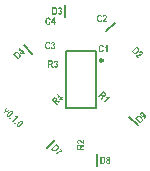
<source format=gto>
G04*
G04 #@! TF.GenerationSoftware,Altium Limited,Altium Designer,22.11.1 (43)*
G04*
G04 Layer_Color=65535*
%FSLAX43Y43*%
%MOMM*%
G71*
G04*
G04 #@! TF.SameCoordinates,FB5CEF4A-B6EA-44A6-96C9-558EDDA3D9AB*
G04*
G04*
G04 #@! TF.FilePolarity,Positive*
G04*
G01*
G75*
%ADD10C,0.240*%
%ADD11C,0.200*%
G36*
X-5888Y-2130D02*
X-5869D01*
X-5847Y-2133D01*
X-5825Y-2140D01*
X-5814Y-2144D01*
X-5803Y-2150D01*
X-5792Y-2158D01*
X-5782Y-2167D01*
X-5777Y-2173D01*
X-5774Y-2176D01*
X-5770Y-2182D01*
X-5766Y-2188D01*
X-5758Y-2205D01*
X-5754Y-2214D01*
X-5750Y-2224D01*
X-5747Y-2235D01*
X-5745Y-2246D01*
X-5743Y-2260D01*
Y-2274D01*
X-5744Y-2288D01*
X-5747Y-2303D01*
Y-2305D01*
X-5748Y-2307D01*
X-5748Y-2312D01*
X-5751Y-2318D01*
X-5754Y-2327D01*
X-5758Y-2336D01*
X-5764Y-2347D01*
X-5771Y-2360D01*
X-5779Y-2375D01*
X-5789Y-2390D01*
X-5801Y-2407D01*
X-5814Y-2426D01*
X-5830Y-2445D01*
X-5847Y-2467D01*
X-5867Y-2488D01*
X-5889Y-2511D01*
X-5890Y-2512D01*
X-5890Y-2513D01*
X-5892Y-2514D01*
X-5894Y-2516D01*
X-5901Y-2523D01*
X-5910Y-2531D01*
X-5920Y-2541D01*
X-5933Y-2551D01*
X-5947Y-2563D01*
X-5962Y-2576D01*
X-5994Y-2601D01*
X-6030Y-2624D01*
X-6047Y-2634D01*
X-6064Y-2643D01*
X-6081Y-2649D01*
X-6097Y-2654D01*
X-6098D01*
X-6100Y-2654D01*
X-6105Y-2655D01*
X-6111Y-2656D01*
X-6118Y-2656D01*
X-6126D01*
X-6145Y-2656D01*
X-6166Y-2652D01*
X-6188Y-2646D01*
X-6200Y-2641D01*
X-6211Y-2635D01*
X-6221Y-2628D01*
X-6232Y-2618D01*
X-6234Y-2616D01*
X-6236Y-2613D01*
X-6239Y-2609D01*
X-6243Y-2604D01*
X-6247Y-2597D01*
X-6256Y-2582D01*
X-6260Y-2573D01*
X-6264Y-2562D01*
X-6267Y-2552D01*
X-6269Y-2539D01*
X-6271Y-2527D01*
X-6271Y-2513D01*
X-6270Y-2499D01*
X-6268Y-2484D01*
Y-2482D01*
X-6267Y-2480D01*
X-6266Y-2476D01*
X-6264Y-2469D01*
X-6260Y-2461D01*
X-6256Y-2452D01*
X-6251Y-2440D01*
X-6243Y-2428D01*
X-6235Y-2412D01*
X-6225Y-2397D01*
X-6214Y-2380D01*
X-6200Y-2361D01*
X-6184Y-2342D01*
X-6166Y-2320D01*
X-6146Y-2299D01*
X-6124Y-2275D01*
X-6123Y-2275D01*
X-6122Y-2274D01*
X-6120Y-2272D01*
X-6118Y-2270D01*
X-6112Y-2263D01*
X-6103Y-2256D01*
X-6092Y-2246D01*
X-6080Y-2235D01*
X-6066Y-2223D01*
X-6051Y-2210D01*
X-6018Y-2186D01*
X-5984Y-2163D01*
X-5967Y-2152D01*
X-5950Y-2144D01*
X-5933Y-2137D01*
X-5917Y-2133D01*
X-5916D01*
X-5914Y-2132D01*
X-5909Y-2131D01*
X-5903Y-2131D01*
X-5896Y-2130D01*
X-5888D01*
D02*
G37*
G36*
X-6249Y-1946D02*
X-6364Y-2159D01*
X-6404Y-2227D01*
X-6335Y-2188D01*
X-6120Y-2074D01*
X-6049Y-2146D01*
X-6475Y-2361D01*
X-6538Y-2298D01*
X-6322Y-1872D01*
X-6249Y-1946D01*
D02*
G37*
G36*
X-5298Y-2651D02*
X-5741Y-3094D01*
X-5811Y-3024D01*
X-5492Y-2705D01*
X-5493D01*
X-5495D01*
X-5499D01*
X-5506D01*
X-5512D01*
X-5522D01*
X-5531Y-2704D01*
X-5542Y-2703D01*
X-5565Y-2700D01*
X-5592Y-2696D01*
X-5619Y-2688D01*
X-5646Y-2679D01*
X-5569Y-2601D01*
X-5568Y-2602D01*
X-5567D01*
X-5561Y-2605D01*
X-5553Y-2607D01*
X-5541Y-2611D01*
X-5526Y-2614D01*
X-5509Y-2616D01*
X-5490Y-2619D01*
X-5467Y-2620D01*
X-5466D01*
X-5465D01*
X-5457D01*
X-5445Y-2619D01*
X-5430Y-2617D01*
X-5413Y-2614D01*
X-5394Y-2610D01*
X-5375Y-2603D01*
X-5355Y-2594D01*
X-5298Y-2651D01*
D02*
G37*
G36*
X-5892Y-2774D02*
X-5977Y-2859D01*
X-6046Y-2790D01*
X-5961Y-2705D01*
X-5892Y-2774D01*
D02*
G37*
G36*
X-5044Y-2975D02*
X-5024D01*
X-5003Y-2978D01*
X-4980Y-2985D01*
X-4969Y-2989D01*
X-4958Y-2995D01*
X-4948Y-3003D01*
X-4937Y-3012D01*
X-4932Y-3017D01*
X-4929Y-3021D01*
X-4925Y-3026D01*
X-4921Y-3033D01*
X-4913Y-3049D01*
X-4909Y-3058D01*
X-4905Y-3069D01*
X-4902Y-3079D01*
X-4900Y-3091D01*
X-4899Y-3104D01*
Y-3119D01*
X-4899Y-3132D01*
X-4902Y-3148D01*
Y-3149D01*
X-4903Y-3152D01*
X-4904Y-3156D01*
X-4906Y-3163D01*
X-4910Y-3171D01*
X-4914Y-3181D01*
X-4919Y-3192D01*
X-4926Y-3205D01*
X-4935Y-3220D01*
X-4944Y-3235D01*
X-4956Y-3252D01*
X-4970Y-3271D01*
X-4985Y-3290D01*
X-5003Y-3311D01*
X-5022Y-3332D01*
X-5044Y-3356D01*
X-5045Y-3357D01*
X-5046Y-3357D01*
X-5048Y-3359D01*
X-5050Y-3361D01*
X-5056Y-3368D01*
X-5065Y-3375D01*
X-5076Y-3386D01*
X-5088Y-3396D01*
X-5102Y-3408D01*
X-5117Y-3421D01*
X-5150Y-3445D01*
X-5185Y-3469D01*
X-5203Y-3479D01*
X-5219Y-3487D01*
X-5236Y-3494D01*
X-5252Y-3498D01*
X-5254D01*
X-5256Y-3499D01*
X-5260Y-3500D01*
X-5266Y-3500D01*
X-5273Y-3501D01*
X-5281D01*
X-5300Y-3500D01*
X-5322Y-3497D01*
X-5344Y-3491D01*
X-5355Y-3486D01*
X-5366Y-3480D01*
X-5376Y-3472D01*
X-5387Y-3463D01*
X-5390Y-3460D01*
X-5392Y-3457D01*
X-5395Y-3454D01*
X-5399Y-3449D01*
X-5403Y-3442D01*
X-5412Y-3426D01*
X-5416Y-3417D01*
X-5420Y-3407D01*
X-5422Y-3396D01*
X-5424Y-3384D01*
X-5426Y-3372D01*
X-5427Y-3358D01*
X-5425Y-3343D01*
X-5424Y-3328D01*
Y-3327D01*
X-5422Y-3324D01*
X-5421Y-3321D01*
X-5419Y-3313D01*
X-5415Y-3306D01*
X-5411Y-3296D01*
X-5406Y-3285D01*
X-5399Y-3272D01*
X-5390Y-3257D01*
X-5380Y-3242D01*
X-5369Y-3224D01*
X-5355Y-3206D01*
X-5339Y-3187D01*
X-5322Y-3165D01*
X-5301Y-3143D01*
X-5279Y-3120D01*
X-5278Y-3119D01*
X-5278Y-3119D01*
X-5276Y-3117D01*
X-5274Y-3115D01*
X-5267Y-3108D01*
X-5258Y-3100D01*
X-5248Y-3091D01*
X-5235Y-3080D01*
X-5222Y-3068D01*
X-5206Y-3055D01*
X-5174Y-3030D01*
X-5139Y-3007D01*
X-5122Y-2997D01*
X-5105Y-2989D01*
X-5089Y-2982D01*
X-5072Y-2977D01*
X-5071D01*
X-5069Y-2977D01*
X-5065Y-2976D01*
X-5059Y-2975D01*
X-5052Y-2975D01*
X-5044D01*
D02*
G37*
G36*
X-5469Y-3196D02*
X-5554Y-3281D01*
X-5624Y-3212D01*
X-5539Y-3127D01*
X-5469Y-3196D01*
D02*
G37*
G36*
X-4905Y2912D02*
X-4860Y2957D01*
X-4785Y2882D01*
X-4830Y2837D01*
X-4741Y2748D01*
X-4809Y2681D01*
X-4897Y2770D01*
X-5046Y2621D01*
X-5120Y2695D01*
X-5243Y3133D01*
X-5184Y3192D01*
X-4905Y2912D01*
D02*
G37*
G36*
X-5430Y2844D02*
X-5428D01*
X-5422Y2843D01*
X-5412Y2841D01*
X-5399Y2837D01*
X-5383Y2833D01*
X-5366Y2827D01*
X-5347Y2819D01*
X-5326Y2808D01*
X-5325Y2808D01*
X-5323Y2807D01*
X-5320Y2805D01*
X-5316Y2803D01*
X-5311Y2799D01*
X-5305Y2795D01*
X-5298Y2791D01*
X-5290Y2786D01*
X-5282Y2779D01*
X-5273Y2772D01*
X-5263Y2765D01*
X-5252Y2756D01*
X-5231Y2737D01*
X-5207Y2715D01*
X-5207Y2714D01*
X-5205Y2712D01*
X-5201Y2709D01*
X-5198Y2705D01*
X-5194Y2700D01*
X-5188Y2694D01*
X-5182Y2687D01*
X-5175Y2680D01*
X-5161Y2662D01*
X-5146Y2643D01*
X-5132Y2623D01*
X-5120Y2602D01*
X-5120Y2601D01*
X-5119Y2599D01*
X-5118Y2597D01*
X-5116Y2592D01*
X-5111Y2582D01*
X-5105Y2569D01*
X-5099Y2553D01*
X-5094Y2536D01*
X-5089Y2518D01*
X-5086Y2501D01*
X-5086Y2499D01*
Y2494D01*
Y2485D01*
Y2474D01*
X-5087Y2461D01*
X-5089Y2448D01*
X-5092Y2433D01*
X-5098Y2417D01*
X-5098Y2415D01*
X-5101Y2410D01*
X-5105Y2402D01*
X-5111Y2391D01*
X-5119Y2378D01*
X-5130Y2364D01*
X-5143Y2348D01*
X-5158Y2332D01*
X-5295Y2195D01*
X-5737Y2636D01*
X-5595Y2778D01*
X-5590Y2782D01*
X-5586Y2786D01*
X-5574Y2797D01*
X-5560Y2808D01*
X-5545Y2818D01*
X-5530Y2827D01*
X-5516Y2834D01*
X-5514Y2835D01*
X-5509Y2837D01*
X-5502Y2838D01*
X-5491Y2840D01*
X-5479Y2842D01*
X-5464Y2844D01*
X-5448D01*
X-5430Y2844D01*
D02*
G37*
G36*
X-2745Y5759D02*
X-2737Y5758D01*
X-2729Y5757D01*
X-2720Y5756D01*
X-2710Y5753D01*
X-2687Y5745D01*
X-2675Y5741D01*
X-2663Y5735D01*
X-2651Y5728D01*
X-2638Y5719D01*
X-2626Y5710D01*
X-2615Y5700D01*
X-2614D01*
X-2614Y5698D01*
X-2612Y5695D01*
X-2609Y5693D01*
X-2605Y5688D01*
X-2602Y5683D01*
X-2597Y5676D01*
X-2592Y5669D01*
X-2588Y5660D01*
X-2582Y5652D01*
X-2577Y5642D01*
X-2572Y5631D01*
X-2567Y5618D01*
X-2563Y5605D01*
X-2558Y5591D01*
X-2554Y5576D01*
X-2657Y5547D01*
Y5548D01*
X-2658Y5548D01*
Y5551D01*
X-2659Y5555D01*
X-2662Y5564D01*
X-2665Y5575D01*
X-2671Y5588D01*
X-2678Y5601D01*
X-2687Y5613D01*
X-2697Y5624D01*
X-2698Y5625D01*
X-2701Y5629D01*
X-2708Y5634D01*
X-2716Y5638D01*
X-2726Y5644D01*
X-2737Y5647D01*
X-2750Y5651D01*
X-2765Y5652D01*
X-2771D01*
X-2774Y5651D01*
X-2785Y5649D01*
X-2798Y5646D01*
X-2812Y5640D01*
X-2828Y5631D01*
X-2835Y5625D01*
X-2843Y5619D01*
X-2850Y5611D01*
X-2858Y5602D01*
Y5601D01*
X-2859Y5600D01*
X-2860Y5597D01*
X-2863Y5593D01*
X-2866Y5587D01*
X-2869Y5581D01*
X-2871Y5572D01*
X-2875Y5563D01*
X-2879Y5553D01*
X-2882Y5541D01*
X-2884Y5527D01*
X-2887Y5512D01*
X-2889Y5497D01*
X-2891Y5479D01*
X-2893Y5460D01*
Y5439D01*
Y5438D01*
Y5434D01*
Y5428D01*
X-2892Y5420D01*
Y5411D01*
X-2891Y5400D01*
X-2890Y5388D01*
X-2888Y5375D01*
X-2884Y5347D01*
X-2878Y5319D01*
X-2874Y5306D01*
X-2870Y5293D01*
X-2864Y5282D01*
X-2859Y5272D01*
Y5271D01*
X-2857Y5270D01*
X-2852Y5265D01*
X-2845Y5256D01*
X-2834Y5248D01*
X-2821Y5239D01*
X-2806Y5230D01*
X-2787Y5225D01*
X-2778Y5224D01*
X-2768Y5223D01*
X-2766D01*
X-2761Y5224D01*
X-2753Y5225D01*
X-2744Y5227D01*
X-2733Y5230D01*
X-2721Y5236D01*
X-2709Y5244D01*
X-2698Y5254D01*
X-2697Y5256D01*
X-2693Y5261D01*
X-2688Y5268D01*
X-2681Y5279D01*
X-2674Y5293D01*
X-2667Y5311D01*
X-2660Y5331D01*
X-2654Y5356D01*
X-2553Y5317D01*
Y5316D01*
X-2554Y5313D01*
X-2556Y5307D01*
X-2558Y5300D01*
X-2561Y5291D01*
X-2564Y5281D01*
X-2567Y5270D01*
X-2572Y5258D01*
X-2583Y5233D01*
X-2597Y5207D01*
X-2613Y5183D01*
X-2622Y5173D01*
X-2632Y5163D01*
X-2633Y5162D01*
X-2635Y5161D01*
X-2638Y5158D01*
X-2642Y5156D01*
X-2647Y5152D01*
X-2653Y5148D01*
X-2661Y5143D01*
X-2669Y5139D01*
X-2678Y5134D01*
X-2688Y5130D01*
X-2712Y5122D01*
X-2737Y5117D01*
X-2751Y5116D01*
X-2766Y5115D01*
X-2771D01*
X-2775Y5116D01*
X-2783D01*
X-2791Y5118D01*
X-2801Y5119D01*
X-2812Y5121D01*
X-2824Y5124D01*
X-2837Y5129D01*
X-2850Y5133D01*
X-2863Y5140D01*
X-2877Y5147D01*
X-2891Y5156D01*
X-2904Y5167D01*
X-2917Y5178D01*
X-2929Y5192D01*
X-2930Y5192D01*
X-2932Y5195D01*
X-2935Y5201D01*
X-2940Y5208D01*
X-2945Y5217D01*
X-2951Y5228D01*
X-2957Y5241D01*
X-2964Y5255D01*
X-2971Y5271D01*
X-2978Y5290D01*
X-2983Y5309D01*
X-2989Y5330D01*
X-2994Y5353D01*
X-2997Y5378D01*
X-2999Y5404D01*
X-3000Y5432D01*
Y5433D01*
Y5434D01*
Y5439D01*
X-2999Y5448D01*
Y5458D01*
X-2998Y5472D01*
X-2996Y5487D01*
X-2994Y5504D01*
X-2991Y5523D01*
X-2987Y5543D01*
X-2982Y5563D01*
X-2977Y5584D01*
X-2969Y5605D01*
X-2961Y5625D01*
X-2952Y5645D01*
X-2941Y5664D01*
X-2928Y5682D01*
X-2927Y5683D01*
X-2925Y5685D01*
X-2921Y5689D01*
X-2917Y5694D01*
X-2910Y5700D01*
X-2903Y5707D01*
X-2894Y5714D01*
X-2884Y5721D01*
X-2872Y5728D01*
X-2859Y5735D01*
X-2846Y5742D01*
X-2831Y5748D01*
X-2814Y5753D01*
X-2798Y5756D01*
X-2779Y5759D01*
X-2760Y5760D01*
X-2751D01*
X-2745Y5759D01*
D02*
G37*
G36*
X-2199Y5356D02*
X-2136D01*
Y5251D01*
X-2199D01*
Y5125D01*
X-2295D01*
Y5251D01*
X-2504D01*
Y5355D01*
X-2283Y5752D01*
X-2199D01*
Y5356D01*
D02*
G37*
G36*
X-2769Y3696D02*
X-2761Y3695D01*
X-2753Y3694D01*
X-2744Y3692D01*
X-2734Y3690D01*
X-2711Y3682D01*
X-2699Y3678D01*
X-2687Y3672D01*
X-2675Y3665D01*
X-2663Y3656D01*
X-2651Y3647D01*
X-2639Y3637D01*
X-2638D01*
X-2638Y3635D01*
X-2636Y3632D01*
X-2633Y3630D01*
X-2629Y3625D01*
X-2626Y3619D01*
X-2621Y3613D01*
X-2616Y3606D01*
X-2612Y3597D01*
X-2606Y3589D01*
X-2602Y3579D01*
X-2596Y3568D01*
X-2591Y3555D01*
X-2587Y3542D01*
X-2582Y3528D01*
X-2578Y3513D01*
X-2681Y3483D01*
Y3484D01*
X-2682Y3485D01*
Y3488D01*
X-2683Y3492D01*
X-2686Y3501D01*
X-2689Y3512D01*
X-2695Y3525D01*
X-2702Y3538D01*
X-2711Y3550D01*
X-2721Y3561D01*
X-2722Y3562D01*
X-2725Y3566D01*
X-2732Y3570D01*
X-2740Y3575D01*
X-2750Y3581D01*
X-2761Y3584D01*
X-2774Y3588D01*
X-2789Y3589D01*
X-2795D01*
X-2798Y3588D01*
X-2809Y3586D01*
X-2822Y3582D01*
X-2836Y3577D01*
X-2852Y3568D01*
X-2859Y3562D01*
X-2867Y3556D01*
X-2874Y3548D01*
X-2882Y3539D01*
Y3538D01*
X-2883Y3537D01*
X-2884Y3533D01*
X-2887Y3530D01*
X-2890Y3524D01*
X-2893Y3518D01*
X-2896Y3509D01*
X-2899Y3500D01*
X-2903Y3490D01*
X-2906Y3478D01*
X-2908Y3464D01*
X-2911Y3449D01*
X-2913Y3434D01*
X-2915Y3416D01*
X-2917Y3397D01*
Y3376D01*
Y3375D01*
Y3371D01*
Y3365D01*
X-2916Y3357D01*
Y3348D01*
X-2915Y3336D01*
X-2914Y3324D01*
X-2912Y3312D01*
X-2908Y3284D01*
X-2902Y3256D01*
X-2898Y3243D01*
X-2894Y3230D01*
X-2888Y3219D01*
X-2883Y3209D01*
Y3208D01*
X-2881Y3207D01*
X-2876Y3201D01*
X-2869Y3193D01*
X-2858Y3185D01*
X-2845Y3176D01*
X-2830Y3167D01*
X-2811Y3162D01*
X-2802Y3161D01*
X-2792Y3160D01*
X-2790D01*
X-2785Y3161D01*
X-2777Y3162D01*
X-2768Y3164D01*
X-2757Y3167D01*
X-2745Y3173D01*
X-2733Y3181D01*
X-2722Y3191D01*
X-2721Y3193D01*
X-2717Y3198D01*
X-2712Y3205D01*
X-2705Y3216D01*
X-2698Y3230D01*
X-2691Y3248D01*
X-2684Y3268D01*
X-2678Y3293D01*
X-2577Y3254D01*
Y3253D01*
X-2578Y3250D01*
X-2580Y3244D01*
X-2582Y3237D01*
X-2585Y3228D01*
X-2588Y3218D01*
X-2591Y3207D01*
X-2596Y3195D01*
X-2607Y3170D01*
X-2621Y3144D01*
X-2637Y3120D01*
X-2646Y3110D01*
X-2656Y3100D01*
X-2657Y3099D01*
X-2659Y3098D01*
X-2662Y3095D01*
X-2666Y3092D01*
X-2671Y3089D01*
X-2677Y3085D01*
X-2685Y3080D01*
X-2693Y3076D01*
X-2702Y3071D01*
X-2712Y3066D01*
X-2736Y3059D01*
X-2761Y3054D01*
X-2775Y3053D01*
X-2790Y3052D01*
X-2795D01*
X-2799Y3053D01*
X-2807D01*
X-2815Y3054D01*
X-2825Y3055D01*
X-2836Y3058D01*
X-2848Y3061D01*
X-2861Y3066D01*
X-2874Y3070D01*
X-2887Y3077D01*
X-2901Y3084D01*
X-2915Y3093D01*
X-2928Y3103D01*
X-2941Y3115D01*
X-2953Y3128D01*
X-2954Y3129D01*
X-2956Y3132D01*
X-2959Y3138D01*
X-2964Y3145D01*
X-2969Y3153D01*
X-2975Y3164D01*
X-2981Y3177D01*
X-2988Y3192D01*
X-2995Y3208D01*
X-3002Y3226D01*
X-3007Y3246D01*
X-3013Y3267D01*
X-3018Y3290D01*
X-3021Y3315D01*
X-3023Y3341D01*
X-3024Y3369D01*
Y3370D01*
Y3371D01*
Y3376D01*
X-3023Y3385D01*
Y3395D01*
X-3022Y3409D01*
X-3020Y3424D01*
X-3018Y3441D01*
X-3015Y3459D01*
X-3011Y3480D01*
X-3006Y3500D01*
X-3001Y3520D01*
X-2994Y3542D01*
X-2985Y3562D01*
X-2976Y3581D01*
X-2965Y3601D01*
X-2952Y3618D01*
X-2951Y3619D01*
X-2949Y3622D01*
X-2945Y3626D01*
X-2941Y3630D01*
X-2934Y3637D01*
X-2927Y3643D01*
X-2918Y3651D01*
X-2908Y3658D01*
X-2896Y3665D01*
X-2883Y3672D01*
X-2870Y3679D01*
X-2855Y3685D01*
X-2838Y3690D01*
X-2822Y3693D01*
X-2803Y3696D01*
X-2784Y3697D01*
X-2775D01*
X-2769Y3696D01*
D02*
G37*
G36*
X-2337Y3688D02*
X-2332Y3687D01*
X-2325Y3686D01*
X-2308Y3682D01*
X-2291Y3677D01*
X-2272Y3667D01*
X-2263Y3662D01*
X-2254Y3655D01*
X-2246Y3648D01*
X-2237Y3639D01*
X-2236Y3638D01*
X-2235Y3637D01*
X-2234Y3634D01*
X-2231Y3630D01*
X-2228Y3626D01*
X-2224Y3620D01*
X-2216Y3606D01*
X-2209Y3590D01*
X-2202Y3571D01*
X-2197Y3551D01*
X-2196Y3540D01*
Y3529D01*
Y3527D01*
Y3522D01*
X-2197Y3514D01*
X-2198Y3505D01*
X-2200Y3493D01*
X-2204Y3481D01*
X-2209Y3468D01*
X-2215Y3455D01*
X-2216Y3453D01*
X-2219Y3449D01*
X-2222Y3444D01*
X-2229Y3435D01*
X-2236Y3427D01*
X-2246Y3417D01*
X-2258Y3407D01*
X-2271Y3397D01*
X-2270D01*
X-2269Y3397D01*
X-2263Y3395D01*
X-2256Y3392D01*
X-2246Y3387D01*
X-2234Y3380D01*
X-2223Y3372D01*
X-2212Y3361D01*
X-2201Y3347D01*
X-2200Y3345D01*
X-2197Y3339D01*
X-2192Y3331D01*
X-2187Y3320D01*
X-2182Y3306D01*
X-2178Y3289D01*
X-2174Y3270D01*
X-2173Y3249D01*
Y3248D01*
Y3245D01*
Y3240D01*
X-2174Y3235D01*
X-2175Y3227D01*
X-2176Y3219D01*
X-2178Y3210D01*
X-2180Y3199D01*
X-2186Y3177D01*
X-2196Y3153D01*
X-2201Y3141D01*
X-2208Y3129D01*
X-2216Y3118D01*
X-2225Y3107D01*
X-2226Y3106D01*
X-2227Y3104D01*
X-2231Y3102D01*
X-2234Y3099D01*
X-2239Y3094D01*
X-2245Y3090D01*
X-2259Y3079D01*
X-2277Y3069D01*
X-2297Y3060D01*
X-2309Y3057D01*
X-2321Y3054D01*
X-2333Y3053D01*
X-2346Y3052D01*
X-2353D01*
X-2357Y3053D01*
X-2363Y3054D01*
X-2370Y3054D01*
X-2386Y3057D01*
X-2404Y3063D01*
X-2423Y3072D01*
X-2433Y3077D01*
X-2442Y3083D01*
X-2452Y3091D01*
X-2461Y3099D01*
X-2462Y3100D01*
X-2463Y3101D01*
X-2466Y3103D01*
X-2468Y3107D01*
X-2472Y3113D01*
X-2476Y3118D01*
X-2480Y3125D01*
X-2485Y3133D01*
X-2490Y3141D01*
X-2494Y3152D01*
X-2499Y3162D01*
X-2503Y3174D01*
X-2510Y3199D01*
X-2515Y3228D01*
X-2419Y3242D01*
Y3241D01*
Y3240D01*
X-2418Y3235D01*
X-2418Y3227D01*
X-2415Y3217D01*
X-2412Y3206D01*
X-2407Y3195D01*
X-2402Y3184D01*
X-2395Y3175D01*
X-2394Y3174D01*
X-2392Y3171D01*
X-2387Y3167D01*
X-2381Y3164D01*
X-2375Y3159D01*
X-2367Y3155D01*
X-2357Y3152D01*
X-2347Y3152D01*
X-2342D01*
X-2336Y3153D01*
X-2330Y3155D01*
X-2321Y3158D01*
X-2312Y3163D01*
X-2304Y3169D01*
X-2295Y3178D01*
X-2295Y3179D01*
X-2292Y3184D01*
X-2289Y3189D01*
X-2284Y3199D01*
X-2281Y3209D01*
X-2278Y3223D01*
X-2275Y3238D01*
X-2274Y3255D01*
Y3256D01*
Y3257D01*
Y3263D01*
X-2275Y3271D01*
X-2277Y3281D01*
X-2279Y3292D01*
X-2283Y3304D01*
X-2288Y3316D01*
X-2295Y3326D01*
X-2295Y3327D01*
X-2298Y3331D01*
X-2303Y3335D01*
X-2308Y3340D01*
X-2316Y3345D01*
X-2324Y3349D01*
X-2333Y3352D01*
X-2344Y3353D01*
X-2351D01*
X-2356Y3352D01*
X-2362Y3351D01*
X-2370Y3349D01*
X-2379Y3347D01*
X-2388Y3344D01*
X-2378Y3442D01*
X-2371D01*
X-2364Y3443D01*
X-2356Y3444D01*
X-2345Y3447D01*
X-2335Y3449D01*
X-2326Y3455D01*
X-2317Y3461D01*
X-2316Y3462D01*
X-2313Y3465D01*
X-2309Y3471D01*
X-2306Y3477D01*
X-2302Y3485D01*
X-2298Y3496D01*
X-2295Y3508D01*
X-2295Y3521D01*
Y3523D01*
Y3527D01*
X-2295Y3532D01*
X-2296Y3540D01*
X-2298Y3547D01*
X-2302Y3556D01*
X-2306Y3564D01*
X-2311Y3571D01*
X-2312Y3572D01*
X-2314Y3574D01*
X-2318Y3577D01*
X-2322Y3581D01*
X-2328Y3584D01*
X-2335Y3587D01*
X-2344Y3589D01*
X-2353Y3590D01*
X-2356D01*
X-2362Y3589D01*
X-2368Y3587D01*
X-2374Y3584D01*
X-2381Y3581D01*
X-2389Y3576D01*
X-2396Y3569D01*
X-2397Y3568D01*
X-2399Y3565D01*
X-2402Y3559D01*
X-2405Y3553D01*
X-2409Y3545D01*
X-2413Y3533D01*
X-2416Y3521D01*
X-2418Y3507D01*
X-2508Y3525D01*
Y3526D01*
X-2507Y3529D01*
X-2506Y3533D01*
X-2505Y3539D01*
X-2503Y3546D01*
X-2502Y3554D01*
X-2496Y3572D01*
X-2489Y3593D01*
X-2479Y3613D01*
X-2467Y3632D01*
X-2461Y3642D01*
X-2454Y3649D01*
X-2453Y3650D01*
X-2452Y3651D01*
X-2446Y3655D01*
X-2437Y3662D01*
X-2425Y3669D01*
X-2410Y3676D01*
X-2392Y3682D01*
X-2371Y3687D01*
X-2360Y3689D01*
X-2343D01*
X-2337Y3688D01*
D02*
G37*
G36*
X-1655Y-968D02*
X-1610Y-923D01*
X-1535Y-998D01*
X-1580Y-1043D01*
X-1491Y-1132D01*
X-1559Y-1199D01*
X-1647Y-1110D01*
X-1796Y-1259D01*
X-1870Y-1185D01*
X-1993Y-747D01*
X-1934Y-689D01*
X-1655Y-968D01*
D02*
G37*
G36*
X-2185Y-1011D02*
X-2169Y-1012D01*
X-2152Y-1016D01*
X-2150Y-1017D01*
X-2144Y-1019D01*
X-2135Y-1023D01*
X-2124Y-1027D01*
X-2111Y-1035D01*
X-2096Y-1045D01*
X-2081Y-1056D01*
X-2065Y-1070D01*
X-2065Y-1071D01*
X-2063Y-1072D01*
X-2060Y-1076D01*
X-2057Y-1080D01*
X-2053Y-1084D01*
X-2048Y-1090D01*
X-2038Y-1104D01*
X-2028Y-1119D01*
X-2019Y-1138D01*
X-2012Y-1158D01*
X-2007Y-1180D01*
X-2006Y-1180D01*
X-2007Y-1182D01*
X-2006Y-1189D01*
X-2007Y-1200D01*
X-2009Y-1214D01*
X-2012Y-1231D01*
X-2018Y-1250D01*
X-2026Y-1269D01*
X-2038Y-1289D01*
X-2036Y-1289D01*
X-2031D01*
X-2023Y-1287D01*
X-2014Y-1287D01*
X-2002Y-1286D01*
X-1989D01*
X-1976Y-1287D01*
X-1963Y-1288D01*
X-1961D01*
X-1956Y-1289D01*
X-1947Y-1291D01*
X-1935Y-1293D01*
X-1919Y-1297D01*
X-1910Y-1300D01*
X-1900Y-1302D01*
X-1889Y-1306D01*
X-1876Y-1309D01*
X-1863Y-1314D01*
X-1849Y-1318D01*
X-1719Y-1359D01*
X-1807Y-1448D01*
X-1955Y-1404D01*
X-1956Y-1403D01*
X-1959Y-1402D01*
X-1963Y-1401D01*
X-1968Y-1400D01*
X-1975Y-1399D01*
X-1982Y-1397D01*
X-1999Y-1392D01*
X-2016Y-1387D01*
X-2034Y-1383D01*
X-2041Y-1381D01*
X-2048Y-1380D01*
X-2055Y-1379D01*
X-2059Y-1378D01*
X-2063D01*
X-2068Y-1378D01*
X-2073D01*
X-2086Y-1378D01*
X-2093Y-1379D01*
X-2099Y-1382D01*
X-2100Y-1382D01*
X-2102Y-1383D01*
X-2106Y-1384D01*
X-2110Y-1387D01*
X-2117Y-1391D01*
X-2124Y-1397D01*
X-2132Y-1404D01*
X-2155Y-1427D01*
X-1971Y-1612D01*
X-2044Y-1685D01*
X-2486Y-1243D01*
X-2322Y-1079D01*
X-2317Y-1075D01*
X-2311Y-1069D01*
X-2298Y-1057D01*
X-2282Y-1046D01*
X-2267Y-1034D01*
X-2250Y-1024D01*
X-2242Y-1020D01*
X-2235Y-1017D01*
X-2233Y-1016D01*
X-2229Y-1014D01*
X-2221Y-1013D01*
X-2210Y-1012D01*
X-2199Y-1010D01*
X-2185Y-1011D01*
D02*
G37*
G36*
X-2087Y2121D02*
X-2081Y2120D01*
X-2075Y2119D01*
X-2058Y2115D01*
X-2041Y2110D01*
X-2022Y2100D01*
X-2013Y2095D01*
X-2004Y2088D01*
X-1995Y2081D01*
X-1987Y2072D01*
X-1986Y2071D01*
X-1985Y2070D01*
X-1983Y2067D01*
X-1981Y2063D01*
X-1978Y2059D01*
X-1974Y2053D01*
X-1966Y2039D01*
X-1958Y2023D01*
X-1952Y2004D01*
X-1947Y1984D01*
X-1945Y1973D01*
Y1962D01*
Y1960D01*
Y1955D01*
X-1946Y1947D01*
X-1948Y1938D01*
X-1950Y1926D01*
X-1954Y1914D01*
X-1958Y1901D01*
X-1965Y1888D01*
X-1966Y1886D01*
X-1969Y1882D01*
X-1972Y1877D01*
X-1979Y1868D01*
X-1986Y1860D01*
X-1996Y1850D01*
X-2007Y1840D01*
X-2020Y1830D01*
X-2019D01*
X-2018Y1829D01*
X-2013Y1828D01*
X-2006Y1825D01*
X-1995Y1820D01*
X-1984Y1813D01*
X-1973Y1804D01*
X-1962Y1793D01*
X-1951Y1780D01*
X-1950Y1778D01*
X-1946Y1772D01*
X-1942Y1764D01*
X-1937Y1753D01*
X-1932Y1739D01*
X-1928Y1722D01*
X-1924Y1703D01*
X-1923Y1682D01*
Y1681D01*
Y1678D01*
Y1673D01*
X-1924Y1668D01*
X-1925Y1660D01*
X-1926Y1652D01*
X-1928Y1643D01*
X-1930Y1632D01*
X-1936Y1609D01*
X-1945Y1586D01*
X-1951Y1574D01*
X-1957Y1562D01*
X-1966Y1551D01*
X-1975Y1540D01*
X-1976Y1539D01*
X-1977Y1537D01*
X-1981Y1535D01*
X-1984Y1532D01*
X-1989Y1527D01*
X-1994Y1523D01*
X-2009Y1512D01*
X-2027Y1502D01*
X-2047Y1493D01*
X-2059Y1490D01*
X-2071Y1487D01*
X-2083Y1486D01*
X-2096Y1485D01*
X-2103D01*
X-2107Y1486D01*
X-2113Y1486D01*
X-2120Y1487D01*
X-2136Y1490D01*
X-2153Y1496D01*
X-2173Y1505D01*
X-2183Y1510D01*
X-2192Y1516D01*
X-2202Y1523D01*
X-2211Y1532D01*
X-2212Y1533D01*
X-2213Y1534D01*
X-2215Y1536D01*
X-2218Y1540D01*
X-2222Y1546D01*
X-2226Y1551D01*
X-2230Y1558D01*
X-2235Y1566D01*
X-2239Y1574D01*
X-2244Y1584D01*
X-2249Y1595D01*
X-2253Y1607D01*
X-2260Y1632D01*
X-2264Y1661D01*
X-2169Y1675D01*
Y1674D01*
Y1673D01*
X-2168Y1668D01*
X-2167Y1660D01*
X-2165Y1650D01*
X-2162Y1639D01*
X-2157Y1628D01*
X-2152Y1617D01*
X-2145Y1608D01*
X-2144Y1607D01*
X-2141Y1604D01*
X-2137Y1600D01*
X-2131Y1596D01*
X-2125Y1592D01*
X-2116Y1588D01*
X-2107Y1585D01*
X-2097Y1584D01*
X-2092D01*
X-2086Y1586D01*
X-2079Y1588D01*
X-2071Y1591D01*
X-2062Y1596D01*
X-2054Y1602D01*
X-2045Y1611D01*
X-2044Y1612D01*
X-2042Y1617D01*
X-2039Y1622D01*
X-2034Y1632D01*
X-2030Y1642D01*
X-2028Y1656D01*
X-2025Y1670D01*
X-2024Y1688D01*
Y1689D01*
Y1690D01*
Y1695D01*
X-2025Y1704D01*
X-2027Y1714D01*
X-2029Y1725D01*
X-2032Y1737D01*
X-2038Y1749D01*
X-2044Y1759D01*
X-2045Y1760D01*
X-2048Y1764D01*
X-2053Y1768D01*
X-2058Y1773D01*
X-2066Y1778D01*
X-2074Y1782D01*
X-2083Y1785D01*
X-2093Y1786D01*
X-2101D01*
X-2105Y1785D01*
X-2112Y1784D01*
X-2120Y1782D01*
X-2128Y1780D01*
X-2138Y1777D01*
X-2128Y1875D01*
X-2121D01*
X-2114Y1876D01*
X-2105Y1877D01*
X-2095Y1879D01*
X-2085Y1882D01*
X-2076Y1888D01*
X-2067Y1894D01*
X-2066Y1895D01*
X-2063Y1898D01*
X-2059Y1903D01*
X-2055Y1910D01*
X-2052Y1918D01*
X-2048Y1928D01*
X-2045Y1940D01*
X-2044Y1954D01*
Y1956D01*
Y1960D01*
X-2045Y1965D01*
X-2046Y1973D01*
X-2048Y1980D01*
X-2052Y1988D01*
X-2055Y1997D01*
X-2061Y2004D01*
X-2062Y2005D01*
X-2064Y2007D01*
X-2067Y2010D01*
X-2072Y2013D01*
X-2078Y2017D01*
X-2085Y2020D01*
X-2093Y2022D01*
X-2103Y2023D01*
X-2106D01*
X-2112Y2022D01*
X-2117Y2020D01*
X-2124Y2017D01*
X-2131Y2013D01*
X-2139Y2009D01*
X-2146Y2001D01*
X-2147Y2000D01*
X-2149Y1998D01*
X-2152Y1992D01*
X-2155Y1986D01*
X-2159Y1977D01*
X-2163Y1966D01*
X-2165Y1954D01*
X-2167Y1939D01*
X-2258Y1958D01*
Y1959D01*
X-2257Y1962D01*
X-2256Y1966D01*
X-2255Y1972D01*
X-2253Y1979D01*
X-2251Y1987D01*
X-2246Y2005D01*
X-2239Y2025D01*
X-2229Y2046D01*
X-2217Y2065D01*
X-2211Y2074D01*
X-2203Y2082D01*
X-2202Y2083D01*
X-2202Y2084D01*
X-2196Y2088D01*
X-2187Y2095D01*
X-2175Y2102D01*
X-2160Y2109D01*
X-2141Y2115D01*
X-2121Y2120D01*
X-2110Y2122D01*
X-2092D01*
X-2087Y2121D01*
D02*
G37*
G36*
X-2517Y2119D02*
X-2508D01*
X-2491Y2118D01*
X-2471Y2115D01*
X-2452Y2112D01*
X-2434Y2108D01*
X-2425Y2105D01*
X-2418Y2102D01*
X-2416Y2101D01*
X-2411Y2099D01*
X-2405Y2095D01*
X-2397Y2088D01*
X-2387Y2081D01*
X-2378Y2071D01*
X-2368Y2059D01*
X-2359Y2044D01*
X-2358Y2042D01*
X-2355Y2037D01*
X-2351Y2027D01*
X-2347Y2016D01*
X-2343Y2001D01*
X-2339Y1984D01*
X-2337Y1965D01*
X-2336Y1944D01*
Y1943D01*
Y1941D01*
Y1937D01*
X-2337Y1932D01*
Y1926D01*
X-2337Y1918D01*
X-2340Y1902D01*
X-2344Y1883D01*
X-2350Y1864D01*
X-2360Y1844D01*
X-2372Y1826D01*
Y1825D01*
X-2373Y1824D01*
X-2378Y1818D01*
X-2386Y1811D01*
X-2398Y1803D01*
X-2411Y1792D01*
X-2429Y1783D01*
X-2448Y1776D01*
X-2471Y1770D01*
X-2470Y1769D01*
X-2466Y1766D01*
X-2459Y1761D01*
X-2452Y1755D01*
X-2444Y1747D01*
X-2435Y1738D01*
X-2425Y1728D01*
X-2417Y1718D01*
X-2416Y1717D01*
X-2413Y1712D01*
X-2408Y1705D01*
X-2401Y1694D01*
X-2393Y1681D01*
X-2388Y1672D01*
X-2383Y1663D01*
X-2377Y1653D01*
X-2371Y1642D01*
X-2364Y1629D01*
X-2358Y1616D01*
X-2295Y1495D01*
X-2420D01*
X-2494Y1631D01*
Y1632D01*
X-2496Y1634D01*
X-2497Y1638D01*
X-2500Y1643D01*
X-2504Y1648D01*
X-2508Y1655D01*
X-2516Y1669D01*
X-2525Y1685D01*
X-2534Y1701D01*
X-2538Y1707D01*
X-2543Y1713D01*
X-2546Y1719D01*
X-2549Y1722D01*
X-2550Y1723D01*
X-2552Y1725D01*
X-2555Y1729D01*
X-2558Y1732D01*
X-2568Y1741D01*
X-2573Y1745D01*
X-2580Y1748D01*
X-2581D01*
X-2582Y1749D01*
X-2586Y1751D01*
X-2592Y1752D01*
X-2599Y1754D01*
X-2608Y1755D01*
X-2618Y1755D01*
X-2652D01*
Y1495D01*
X-2755D01*
Y2120D01*
X-2523D01*
X-2517Y2119D01*
D02*
G37*
G36*
X300Y-4968D02*
X299D01*
X297D01*
X294Y-4967D01*
X289D01*
X283Y-4966D01*
X277Y-4965D01*
X261Y-4962D01*
X244Y-4958D01*
X223Y-4952D01*
X202Y-4944D01*
X181Y-4935D01*
X180D01*
X178Y-4933D01*
X175Y-4932D01*
X171Y-4929D01*
X165Y-4926D01*
X158Y-4922D01*
X150Y-4917D01*
X141Y-4910D01*
X131Y-4904D01*
X120Y-4895D01*
X108Y-4887D01*
X94Y-4877D01*
X80Y-4866D01*
X65Y-4853D01*
X49Y-4840D01*
X32Y-4825D01*
X31Y-4824D01*
X28Y-4822D01*
X24Y-4819D01*
X20Y-4815D01*
X14Y-4809D01*
X7Y-4804D01*
X-9Y-4791D01*
X-25Y-4777D01*
X-41Y-4764D01*
X-56Y-4753D01*
X-62Y-4748D01*
X-68Y-4745D01*
X-70Y-4744D01*
X-74Y-4741D01*
X-82Y-4737D01*
X-92Y-4733D01*
X-103Y-4730D01*
X-116Y-4726D01*
X-130Y-4723D01*
X-144Y-4722D01*
X-145D01*
X-146D01*
X-150D01*
X-158Y-4723D01*
X-167Y-4724D01*
X-177Y-4727D01*
X-187Y-4730D01*
X-197Y-4734D01*
X-206Y-4741D01*
X-207Y-4742D01*
X-209Y-4745D01*
X-212Y-4748D01*
X-217Y-4754D01*
X-221Y-4760D01*
X-223Y-4769D01*
X-226Y-4779D01*
X-227Y-4789D01*
Y-4792D01*
X-226Y-4795D01*
X-225Y-4799D01*
X-221Y-4810D01*
X-219Y-4816D01*
X-215Y-4822D01*
X-209Y-4829D01*
X-203Y-4835D01*
X-196Y-4841D01*
X-185Y-4846D01*
X-174Y-4851D01*
X-161Y-4855D01*
X-147Y-4857D01*
X-129Y-4859D01*
X-142Y-4957D01*
X-143D01*
X-147Y-4956D01*
X-151D01*
X-158Y-4955D01*
X-165Y-4954D01*
X-174Y-4953D01*
X-184Y-4950D01*
X-196Y-4947D01*
X-218Y-4941D01*
X-241Y-4931D01*
X-263Y-4919D01*
X-272Y-4913D01*
X-282Y-4905D01*
X-282Y-4904D01*
X-283Y-4903D01*
X-286Y-4900D01*
X-289Y-4896D01*
X-292Y-4892D01*
X-296Y-4887D01*
X-305Y-4873D01*
X-313Y-4856D01*
X-319Y-4836D01*
X-325Y-4813D01*
X-326Y-4800D01*
X-327Y-4787D01*
Y-4780D01*
X-326Y-4774D01*
X-325Y-4767D01*
X-324Y-4759D01*
X-320Y-4741D01*
X-314Y-4721D01*
X-310Y-4711D01*
X-305Y-4701D01*
X-298Y-4691D01*
X-292Y-4682D01*
X-283Y-4673D01*
X-274Y-4665D01*
X-273Y-4664D01*
X-271Y-4663D01*
X-269Y-4661D01*
X-265Y-4659D01*
X-260Y-4656D01*
X-254Y-4652D01*
X-239Y-4644D01*
X-221Y-4636D01*
X-201Y-4630D01*
X-179Y-4625D01*
X-167Y-4623D01*
X-154D01*
X-152D01*
X-147D01*
X-140Y-4624D01*
X-130D01*
X-119Y-4626D01*
X-106Y-4628D01*
X-93Y-4631D01*
X-79Y-4635D01*
X-77D01*
X-73Y-4636D01*
X-66Y-4639D01*
X-57Y-4642D01*
X-46Y-4647D01*
X-34Y-4652D01*
X-21Y-4660D01*
X-7Y-4667D01*
X-5Y-4668D01*
X-0Y-4671D01*
X8Y-4676D01*
X18Y-4684D01*
X32Y-4694D01*
X48Y-4707D01*
X66Y-4721D01*
X86Y-4739D01*
X87Y-4740D01*
X88Y-4741D01*
X91Y-4744D01*
X95Y-4746D01*
X104Y-4755D01*
X115Y-4764D01*
X127Y-4774D01*
X138Y-4784D01*
X148Y-4793D01*
X157Y-4799D01*
X158Y-4800D01*
X159Y-4801D01*
X163Y-4804D01*
X167Y-4807D01*
X177Y-4813D01*
X189Y-4819D01*
Y-4623D01*
X300D01*
Y-4968D01*
D02*
G37*
G36*
Y-5114D02*
X164Y-5188D01*
X163D01*
X160Y-5190D01*
X157Y-5192D01*
X152Y-5195D01*
X147Y-5199D01*
X140Y-5202D01*
X125Y-5211D01*
X110Y-5220D01*
X94Y-5229D01*
X87Y-5233D01*
X82Y-5237D01*
X76Y-5241D01*
X73Y-5244D01*
X72Y-5245D01*
X70Y-5247D01*
X66Y-5249D01*
X62Y-5253D01*
X54Y-5262D01*
X49Y-5268D01*
X47Y-5274D01*
Y-5275D01*
X46Y-5277D01*
X44Y-5281D01*
X43Y-5286D01*
X41Y-5294D01*
X40Y-5303D01*
X39Y-5313D01*
Y-5346D01*
X300D01*
Y-5450D01*
X-325D01*
Y-5218D01*
X-324Y-5211D01*
Y-5203D01*
X-323Y-5186D01*
X-320Y-5166D01*
X-318Y-5147D01*
X-313Y-5128D01*
X-310Y-5120D01*
X-307Y-5113D01*
X-307Y-5111D01*
X-305Y-5106D01*
X-300Y-5100D01*
X-294Y-5091D01*
X-286Y-5082D01*
X-276Y-5073D01*
X-264Y-5063D01*
X-249Y-5053D01*
X-247Y-5052D01*
X-242Y-5050D01*
X-233Y-5046D01*
X-221Y-5041D01*
X-207Y-5038D01*
X-189Y-5034D01*
X-171Y-5031D01*
X-149Y-5030D01*
X-148D01*
X-147D01*
X-142D01*
X-137Y-5031D01*
X-131D01*
X-123Y-5032D01*
X-107Y-5035D01*
X-88Y-5039D01*
X-69Y-5045D01*
X-49Y-5054D01*
X-31Y-5066D01*
X-30D01*
X-29Y-5068D01*
X-24Y-5073D01*
X-16Y-5081D01*
X-8Y-5092D01*
X2Y-5106D01*
X12Y-5124D01*
X19Y-5143D01*
X24Y-5166D01*
X25Y-5164D01*
X29Y-5161D01*
X34Y-5154D01*
X40Y-5147D01*
X48Y-5138D01*
X57Y-5129D01*
X67Y-5120D01*
X77Y-5112D01*
X78Y-5111D01*
X83Y-5108D01*
X90Y-5102D01*
X100Y-5096D01*
X114Y-5088D01*
X122Y-5083D01*
X132Y-5077D01*
X142Y-5072D01*
X153Y-5065D01*
X166Y-5059D01*
X179Y-5052D01*
X300Y-4990D01*
Y-5114D01*
D02*
G37*
G36*
X2087Y-626D02*
X2091Y-631D01*
X2097Y-637D01*
X2108Y-650D01*
X2120Y-666D01*
X2132Y-681D01*
X2142Y-698D01*
X2146Y-705D01*
X2149Y-713D01*
X2150Y-715D01*
X2152Y-719D01*
X2153Y-727D01*
X2154Y-737D01*
X2156Y-749D01*
X2155Y-763D01*
X2154Y-779D01*
X2150Y-796D01*
X2149Y-798D01*
X2147Y-803D01*
X2143Y-813D01*
X2139Y-824D01*
X2131Y-837D01*
X2121Y-852D01*
X2110Y-867D01*
X2095Y-883D01*
X2095Y-883D01*
X2093Y-885D01*
X2090Y-888D01*
X2086Y-890D01*
X2082Y-895D01*
X2076Y-900D01*
X2062Y-909D01*
X2046Y-920D01*
X2028Y-929D01*
X2008Y-936D01*
X1986Y-941D01*
X1986Y-941D01*
X1984Y-941D01*
X1976Y-941D01*
X1965Y-941D01*
X1952Y-939D01*
X1935Y-936D01*
X1916Y-930D01*
X1897Y-922D01*
X1876Y-909D01*
X1877Y-911D01*
Y-917D01*
X1878Y-924D01*
X1879Y-934D01*
X1880Y-945D01*
Y-958D01*
X1879Y-972D01*
X1878Y-985D01*
Y-987D01*
X1876Y-992D01*
X1875Y-1001D01*
X1872Y-1013D01*
X1869Y-1028D01*
X1866Y-1038D01*
X1863Y-1048D01*
X1860Y-1059D01*
X1857Y-1072D01*
X1852Y-1085D01*
X1848Y-1099D01*
X1806Y-1229D01*
X1718Y-1141D01*
X1762Y-992D01*
X1763Y-992D01*
X1763Y-988D01*
X1765Y-985D01*
X1766Y-979D01*
X1767Y-973D01*
X1769Y-966D01*
X1774Y-949D01*
X1778Y-932D01*
X1783Y-914D01*
X1785Y-907D01*
X1786Y-900D01*
X1787Y-893D01*
X1787Y-888D01*
Y-887D01*
Y-885D01*
X1788Y-880D01*
Y-875D01*
X1787Y-862D01*
X1787Y-855D01*
X1784Y-849D01*
X1784Y-848D01*
X1783Y-846D01*
X1782Y-842D01*
X1778Y-837D01*
X1774Y-831D01*
X1769Y-824D01*
X1762Y-816D01*
X1738Y-792D01*
X1554Y-977D01*
X1481Y-904D01*
X1923Y-462D01*
X2087Y-626D01*
D02*
G37*
G36*
X2452Y-988D02*
X2009Y-1432D01*
X1939Y-1362D01*
X2259Y-1042D01*
X2258D01*
X2255D01*
X2251D01*
X2244D01*
X2238D01*
X2229D01*
X2219Y-1041D01*
X2209Y-1040D01*
X2185Y-1038D01*
X2159Y-1034D01*
X2131Y-1026D01*
X2105Y-1016D01*
X2182Y-939D01*
X2182Y-939D01*
X2184D01*
X2189Y-942D01*
X2197Y-944D01*
X2209Y-948D01*
X2224Y-951D01*
X2241Y-954D01*
X2261Y-956D01*
X2283Y-958D01*
X2284D01*
X2286D01*
X2294D01*
X2305Y-956D01*
X2320Y-955D01*
X2337Y-952D01*
X2356Y-947D01*
X2376Y-941D01*
X2395Y-932D01*
X2452Y-988D01*
D02*
G37*
G36*
X5194Y-2268D02*
X5210Y-2270D01*
X5212D01*
X5214Y-2271D01*
X5219Y-2272D01*
X5226Y-2274D01*
X5235Y-2277D01*
X5244Y-2282D01*
X5255Y-2286D01*
X5269Y-2292D01*
X5284Y-2300D01*
X5300Y-2310D01*
X5316Y-2321D01*
X5335Y-2334D01*
X5354Y-2348D01*
X5374Y-2365D01*
X5395Y-2384D01*
X5418Y-2405D01*
X5418Y-2406D01*
X5419Y-2406D01*
X5423Y-2410D01*
X5429Y-2417D01*
X5437Y-2425D01*
X5446Y-2436D01*
X5457Y-2448D01*
X5468Y-2462D01*
X5480Y-2477D01*
X5505Y-2510D01*
X5516Y-2527D01*
X5527Y-2546D01*
X5536Y-2564D01*
X5544Y-2582D01*
X5551Y-2600D01*
X5555Y-2617D01*
Y-2618D01*
Y-2621D01*
X5556Y-2625D01*
X5557Y-2632D01*
Y-2640D01*
Y-2649D01*
X5556Y-2659D01*
X5555Y-2669D01*
X5554Y-2681D01*
X5551Y-2693D01*
X5543Y-2718D01*
X5537Y-2730D01*
X5530Y-2742D01*
X5522Y-2754D01*
X5512Y-2766D01*
X5508Y-2770D01*
X5505Y-2772D01*
X5496Y-2779D01*
X5484Y-2787D01*
X5471Y-2794D01*
X5455Y-2801D01*
X5437Y-2806D01*
X5417Y-2807D01*
X5414D01*
X5407Y-2806D01*
X5396Y-2805D01*
X5389Y-2803D01*
X5382Y-2801D01*
X5374Y-2798D01*
X5365Y-2795D01*
X5355Y-2791D01*
X5345Y-2786D01*
X5335Y-2781D01*
X5323Y-2774D01*
X5312Y-2767D01*
X5300Y-2758D01*
X5358Y-2682D01*
X5359Y-2682D01*
X5360Y-2684D01*
X5363Y-2686D01*
X5367Y-2688D01*
X5377Y-2694D01*
X5389Y-2699D01*
X5403Y-2703D01*
X5418Y-2704D01*
X5425Y-2703D01*
X5433Y-2701D01*
X5440Y-2697D01*
X5446Y-2691D01*
X5448Y-2690D01*
X5450Y-2687D01*
X5453Y-2682D01*
X5456Y-2675D01*
X5459Y-2667D01*
X5461Y-2655D01*
Y-2644D01*
X5459Y-2630D01*
X5459Y-2628D01*
X5458Y-2626D01*
X5457Y-2622D01*
X5455Y-2618D01*
X5453Y-2613D01*
X5450Y-2607D01*
X5446Y-2601D01*
X5441Y-2592D01*
X5435Y-2584D01*
X5429Y-2574D01*
X5421Y-2563D01*
X5413Y-2551D01*
X5403Y-2538D01*
X5392Y-2525D01*
X5380Y-2511D01*
Y-2512D01*
X5381Y-2516D01*
Y-2523D01*
X5382Y-2530D01*
Y-2539D01*
X5381Y-2548D01*
X5380Y-2558D01*
X5378Y-2568D01*
Y-2569D01*
X5376Y-2572D01*
X5374Y-2577D01*
X5372Y-2583D01*
X5368Y-2591D01*
X5363Y-2598D01*
X5357Y-2606D01*
X5350Y-2614D01*
X5346Y-2618D01*
X5342Y-2620D01*
X5338Y-2623D01*
X5334Y-2626D01*
X5320Y-2633D01*
X5304Y-2640D01*
X5295Y-2642D01*
X5286Y-2646D01*
X5275Y-2647D01*
X5263Y-2648D01*
X5251Y-2649D01*
X5238Y-2648D01*
X5236D01*
X5235Y-2647D01*
X5231Y-2646D01*
X5226Y-2645D01*
X5219Y-2644D01*
X5212Y-2642D01*
X5204Y-2638D01*
X5194Y-2635D01*
X5185Y-2631D01*
X5174Y-2627D01*
X5162Y-2620D01*
X5151Y-2613D01*
X5138Y-2606D01*
X5127Y-2597D01*
X5114Y-2586D01*
X5102Y-2574D01*
X5101Y-2574D01*
X5099Y-2571D01*
X5095Y-2568D01*
X5091Y-2562D01*
X5086Y-2556D01*
X5080Y-2548D01*
X5073Y-2540D01*
X5066Y-2531D01*
X5053Y-2510D01*
X5041Y-2485D01*
X5035Y-2472D01*
X5031Y-2459D01*
X5028Y-2446D01*
X5026Y-2432D01*
Y-2431D01*
X5025Y-2429D01*
Y-2425D01*
Y-2419D01*
X5026Y-2414D01*
Y-2406D01*
X5029Y-2389D01*
X5033Y-2370D01*
X5041Y-2349D01*
X5046Y-2338D01*
X5052Y-2329D01*
X5059Y-2319D01*
X5068Y-2309D01*
X5073Y-2304D01*
X5078Y-2300D01*
X5083Y-2297D01*
X5090Y-2292D01*
X5106Y-2283D01*
X5116Y-2279D01*
X5127Y-2275D01*
X5138Y-2272D01*
X5151Y-2269D01*
X5165Y-2267D01*
X5179D01*
X5194Y-2268D01*
D02*
G37*
G36*
X4915Y-2563D02*
X4918D01*
X4924Y-2564D01*
X4934Y-2566D01*
X4947Y-2570D01*
X4963Y-2574D01*
X4980Y-2580D01*
X4999Y-2588D01*
X5020Y-2599D01*
X5021Y-2599D01*
X5023Y-2600D01*
X5026Y-2602D01*
X5030Y-2604D01*
X5034Y-2608D01*
X5041Y-2612D01*
X5048Y-2616D01*
X5056Y-2621D01*
X5064Y-2628D01*
X5073Y-2635D01*
X5083Y-2642D01*
X5093Y-2651D01*
X5115Y-2670D01*
X5138Y-2692D01*
X5139Y-2693D01*
X5141Y-2695D01*
X5144Y-2698D01*
X5148Y-2702D01*
X5152Y-2707D01*
X5158Y-2713D01*
X5164Y-2720D01*
X5171Y-2727D01*
X5185Y-2745D01*
X5200Y-2764D01*
X5214Y-2784D01*
X5225Y-2805D01*
X5226Y-2806D01*
X5227Y-2808D01*
X5228Y-2810D01*
X5230Y-2815D01*
X5235Y-2825D01*
X5240Y-2839D01*
X5247Y-2854D01*
X5252Y-2871D01*
X5257Y-2889D01*
X5259Y-2906D01*
X5260Y-2908D01*
Y-2913D01*
Y-2922D01*
Y-2933D01*
X5259Y-2946D01*
X5257Y-2959D01*
X5253Y-2974D01*
X5248Y-2990D01*
X5248Y-2992D01*
X5245Y-2997D01*
X5241Y-3005D01*
X5235Y-3016D01*
X5227Y-3029D01*
X5216Y-3043D01*
X5203Y-3059D01*
X5188Y-3075D01*
X5051Y-3212D01*
X4609Y-2771D01*
X4751Y-2629D01*
X4755Y-2625D01*
X4760Y-2621D01*
X4772Y-2610D01*
X4785Y-2599D01*
X4800Y-2589D01*
X4815Y-2580D01*
X4830Y-2573D01*
X4832Y-2572D01*
X4836Y-2570D01*
X4844Y-2569D01*
X4855Y-2567D01*
X4867Y-2565D01*
X4882Y-2563D01*
X4898D01*
X4915Y-2563D01*
D02*
G37*
G36*
X1856Y-6026D02*
X1863D01*
X1878Y-6027D01*
X1896Y-6029D01*
X1913Y-6032D01*
X1931Y-6036D01*
X1946Y-6042D01*
X1948Y-6043D01*
X1952Y-6044D01*
X1959Y-6049D01*
X1968Y-6055D01*
X1978Y-6062D01*
X1990Y-6071D01*
X2001Y-6082D01*
X2013Y-6095D01*
X2015Y-6097D01*
X2019Y-6102D01*
X2024Y-6110D01*
X2031Y-6122D01*
X2039Y-6136D01*
X2048Y-6153D01*
X2055Y-6172D01*
X2062Y-6194D01*
Y-6195D01*
X2063Y-6197D01*
X2064Y-6201D01*
X2065Y-6205D01*
X2066Y-6211D01*
X2068Y-6218D01*
X2070Y-6227D01*
X2072Y-6236D01*
X2073Y-6246D01*
X2074Y-6257D01*
X2076Y-6269D01*
X2077Y-6283D01*
X2079Y-6312D01*
X2080Y-6344D01*
Y-6345D01*
Y-6348D01*
Y-6352D01*
Y-6358D01*
X2079Y-6364D01*
Y-6373D01*
X2078Y-6382D01*
Y-6392D01*
X2075Y-6414D01*
X2073Y-6438D01*
X2068Y-6462D01*
X2061Y-6485D01*
Y-6486D01*
X2060Y-6488D01*
X2060Y-6491D01*
X2058Y-6496D01*
X2054Y-6507D01*
X2048Y-6520D01*
X2042Y-6535D01*
X2034Y-6551D01*
X2024Y-6567D01*
X2014Y-6581D01*
X2013Y-6583D01*
X2010Y-6586D01*
X2003Y-6593D01*
X1996Y-6600D01*
X1986Y-6608D01*
X1975Y-6617D01*
X1962Y-6625D01*
X1947Y-6632D01*
X1945Y-6633D01*
X1939Y-6635D01*
X1931Y-6638D01*
X1919Y-6641D01*
X1904Y-6644D01*
X1887Y-6647D01*
X1866Y-6649D01*
X1844Y-6650D01*
X1650D01*
Y-6025D01*
X1851D01*
X1856Y-6026D01*
D02*
G37*
G36*
X2324Y-6024D02*
X2330Y-6025D01*
X2338Y-6026D01*
X2355Y-6029D01*
X2373Y-6034D01*
X2391Y-6043D01*
X2401Y-6048D01*
X2410Y-6055D01*
X2418Y-6062D01*
X2426Y-6070D01*
X2427Y-6071D01*
X2428Y-6072D01*
X2429Y-6075D01*
X2432Y-6079D01*
X2435Y-6083D01*
X2439Y-6089D01*
X2446Y-6102D01*
X2453Y-6118D01*
X2459Y-6138D01*
X2464Y-6159D01*
X2465Y-6171D01*
Y-6183D01*
Y-6184D01*
Y-6185D01*
Y-6190D01*
X2465Y-6199D01*
X2463Y-6210D01*
X2461Y-6222D01*
X2457Y-6235D01*
X2453Y-6249D01*
X2446Y-6262D01*
X2445Y-6264D01*
X2442Y-6267D01*
X2439Y-6273D01*
X2432Y-6280D01*
X2425Y-6288D01*
X2416Y-6297D01*
X2405Y-6305D01*
X2394Y-6313D01*
X2395D01*
X2396Y-6313D01*
X2402Y-6316D01*
X2409Y-6321D01*
X2419Y-6328D01*
X2429Y-6337D01*
X2441Y-6347D01*
X2451Y-6359D01*
X2460Y-6373D01*
X2461Y-6374D01*
X2464Y-6379D01*
X2467Y-6387D01*
X2471Y-6399D01*
X2475Y-6412D01*
X2478Y-6428D01*
X2481Y-6447D01*
X2482Y-6467D01*
Y-6468D01*
Y-6470D01*
Y-6472D01*
Y-6477D01*
X2481Y-6482D01*
Y-6487D01*
X2479Y-6501D01*
X2477Y-6518D01*
X2473Y-6534D01*
X2467Y-6552D01*
X2460Y-6570D01*
Y-6570D01*
X2459Y-6571D01*
X2456Y-6577D01*
X2452Y-6584D01*
X2444Y-6595D01*
X2436Y-6606D01*
X2426Y-6617D01*
X2415Y-6628D01*
X2401Y-6637D01*
X2399Y-6638D01*
X2394Y-6641D01*
X2386Y-6644D01*
X2376Y-6648D01*
X2364Y-6653D01*
X2349Y-6656D01*
X2333Y-6659D01*
X2316Y-6660D01*
X2308D01*
X2304Y-6659D01*
X2297Y-6658D01*
X2290Y-6657D01*
X2273Y-6654D01*
X2254Y-6648D01*
X2233Y-6639D01*
X2223Y-6632D01*
X2213Y-6626D01*
X2203Y-6619D01*
X2194Y-6609D01*
X2193Y-6608D01*
X2192Y-6607D01*
X2189Y-6604D01*
X2186Y-6600D01*
X2183Y-6595D01*
X2179Y-6588D01*
X2174Y-6581D01*
X2170Y-6572D01*
X2165Y-6563D01*
X2160Y-6553D01*
X2157Y-6541D01*
X2153Y-6529D01*
X2147Y-6501D01*
X2146Y-6486D01*
X2146Y-6471D01*
Y-6470D01*
Y-6468D01*
Y-6465D01*
Y-6461D01*
X2146Y-6451D01*
X2148Y-6437D01*
X2151Y-6423D01*
X2155Y-6407D01*
X2159Y-6390D01*
X2167Y-6374D01*
Y-6374D01*
X2168Y-6373D01*
X2171Y-6368D01*
X2176Y-6361D01*
X2183Y-6351D01*
X2192Y-6341D01*
X2203Y-6331D01*
X2216Y-6321D01*
X2231Y-6313D01*
X2229Y-6312D01*
X2225Y-6309D01*
X2219Y-6305D01*
X2210Y-6300D01*
X2201Y-6292D01*
X2193Y-6283D01*
X2183Y-6273D01*
X2176Y-6262D01*
X2175Y-6260D01*
X2173Y-6256D01*
X2171Y-6249D01*
X2168Y-6239D01*
X2164Y-6228D01*
X2161Y-6215D01*
X2159Y-6201D01*
X2159Y-6184D01*
Y-6183D01*
Y-6180D01*
Y-6177D01*
X2159Y-6172D01*
Y-6166D01*
X2160Y-6158D01*
X2164Y-6142D01*
X2169Y-6123D01*
X2176Y-6104D01*
X2186Y-6085D01*
X2193Y-6076D01*
X2200Y-6068D01*
X2201Y-6067D01*
X2202Y-6066D01*
X2205Y-6064D01*
X2208Y-6060D01*
X2217Y-6054D01*
X2230Y-6045D01*
X2245Y-6037D01*
X2265Y-6030D01*
X2287Y-6025D01*
X2299Y-6024D01*
X2312Y-6023D01*
X2319D01*
X2324Y-6024D01*
D02*
G37*
G36*
X-1922Y-5074D02*
X-1919Y-5078D01*
X-1914Y-5083D01*
X-1904Y-5095D01*
X-1893Y-5109D01*
X-1883Y-5124D01*
X-1873Y-5139D01*
X-1867Y-5153D01*
X-1866Y-5155D01*
X-1864Y-5160D01*
X-1863Y-5167D01*
X-1860Y-5178D01*
X-1858Y-5190D01*
X-1856Y-5205D01*
Y-5221D01*
X-1857Y-5239D01*
Y-5241D01*
X-1857Y-5247D01*
X-1859Y-5257D01*
X-1863Y-5270D01*
X-1867Y-5286D01*
X-1873Y-5303D01*
X-1882Y-5322D01*
X-1892Y-5343D01*
X-1893Y-5344D01*
X-1893Y-5346D01*
X-1895Y-5349D01*
X-1898Y-5353D01*
X-1901Y-5358D01*
X-1905Y-5364D01*
X-1910Y-5371D01*
X-1915Y-5379D01*
X-1922Y-5387D01*
X-1928Y-5396D01*
X-1935Y-5406D01*
X-1944Y-5416D01*
X-1963Y-5438D01*
X-1986Y-5462D01*
X-1986Y-5462D01*
X-1988Y-5464D01*
X-1991Y-5467D01*
X-1995Y-5471D01*
X-2001Y-5475D01*
X-2007Y-5481D01*
X-2014Y-5487D01*
X-2021Y-5494D01*
X-2039Y-5508D01*
X-2058Y-5523D01*
X-2078Y-5537D01*
X-2099Y-5549D01*
X-2099Y-5549D01*
X-2101Y-5550D01*
X-2104Y-5551D01*
X-2109Y-5553D01*
X-2119Y-5558D01*
X-2132Y-5564D01*
X-2148Y-5570D01*
X-2165Y-5575D01*
X-2182Y-5580D01*
X-2199Y-5583D01*
X-2201Y-5583D01*
X-2207D01*
X-2216D01*
X-2226D01*
X-2239Y-5582D01*
X-2253Y-5580D01*
X-2268Y-5577D01*
X-2284Y-5571D01*
X-2286Y-5571D01*
X-2291Y-5568D01*
X-2299Y-5564D01*
X-2309Y-5558D01*
X-2322Y-5550D01*
X-2337Y-5539D01*
X-2352Y-5526D01*
X-2369Y-5511D01*
X-2506Y-5374D01*
X-2064Y-4932D01*
X-1922Y-5074D01*
D02*
G37*
G36*
X-1482Y-5526D02*
X-1544Y-5588D01*
X-1545Y-5588D01*
X-1547Y-5588D01*
X-1551Y-5589D01*
X-1556D01*
X-1563Y-5590D01*
X-1570Y-5591D01*
X-1578Y-5593D01*
X-1588Y-5595D01*
X-1600Y-5598D01*
X-1612Y-5600D01*
X-1625Y-5604D01*
X-1638Y-5607D01*
X-1653Y-5612D01*
X-1670Y-5617D01*
X-1686Y-5622D01*
X-1704Y-5628D01*
X-1704Y-5629D01*
X-1708Y-5630D01*
X-1713Y-5632D01*
X-1720Y-5634D01*
X-1728Y-5638D01*
X-1738Y-5642D01*
X-1750Y-5647D01*
X-1763Y-5653D01*
X-1776Y-5659D01*
X-1791Y-5666D01*
X-1806Y-5674D01*
X-1822Y-5683D01*
X-1856Y-5700D01*
X-1890Y-5721D01*
X-1890Y-5722D01*
X-1893Y-5724D01*
X-1898Y-5727D01*
X-1905Y-5731D01*
X-1912Y-5736D01*
X-1922Y-5743D01*
X-1931Y-5750D01*
X-1942Y-5758D01*
X-1954Y-5766D01*
X-1966Y-5775D01*
X-1991Y-5796D01*
X-2017Y-5817D01*
X-2041Y-5839D01*
X-2107Y-5773D01*
X-2106Y-5771D01*
X-2103Y-5769D01*
X-2097Y-5764D01*
X-2090Y-5757D01*
X-2081Y-5749D01*
X-2071Y-5740D01*
X-2058Y-5730D01*
X-2044Y-5719D01*
X-2028Y-5707D01*
X-2012Y-5694D01*
X-1993Y-5681D01*
X-1974Y-5668D01*
X-1933Y-5641D01*
X-1889Y-5616D01*
X-1887Y-5615D01*
X-1884Y-5613D01*
X-1876Y-5610D01*
X-1868Y-5605D01*
X-1856Y-5600D01*
X-1843Y-5594D01*
X-1828Y-5588D01*
X-1811Y-5580D01*
X-1793Y-5573D01*
X-1774Y-5565D01*
X-1732Y-5551D01*
X-1687Y-5535D01*
X-1640Y-5524D01*
X-1798Y-5367D01*
X-1720Y-5288D01*
X-1482Y-5526D01*
D02*
G37*
G36*
X-1757Y6615D02*
X-1752Y6614D01*
X-1745Y6613D01*
X-1729Y6610D01*
X-1711Y6604D01*
X-1693Y6595D01*
X-1684Y6589D01*
X-1674Y6583D01*
X-1666Y6575D01*
X-1658Y6566D01*
X-1657Y6565D01*
X-1656Y6564D01*
X-1654Y6562D01*
X-1651Y6558D01*
X-1648Y6553D01*
X-1645Y6548D01*
X-1636Y6534D01*
X-1629Y6517D01*
X-1622Y6499D01*
X-1618Y6478D01*
X-1616Y6467D01*
Y6456D01*
Y6454D01*
Y6450D01*
X-1617Y6441D01*
X-1619Y6432D01*
X-1621Y6420D01*
X-1624Y6408D01*
X-1629Y6395D01*
X-1635Y6382D01*
X-1636Y6380D01*
X-1639Y6377D01*
X-1643Y6371D01*
X-1649Y6363D01*
X-1657Y6354D01*
X-1667Y6344D01*
X-1678Y6334D01*
X-1691Y6325D01*
X-1690D01*
X-1689Y6324D01*
X-1684Y6322D01*
X-1676Y6319D01*
X-1666Y6315D01*
X-1655Y6307D01*
X-1644Y6299D01*
X-1633Y6288D01*
X-1622Y6274D01*
X-1621Y6272D01*
X-1617Y6267D01*
X-1612Y6258D01*
X-1608Y6247D01*
X-1602Y6233D01*
X-1598Y6217D01*
X-1595Y6197D01*
X-1594Y6176D01*
Y6175D01*
Y6172D01*
Y6168D01*
X-1595Y6162D01*
X-1596Y6155D01*
X-1597Y6146D01*
X-1598Y6137D01*
X-1600Y6126D01*
X-1607Y6104D01*
X-1616Y6081D01*
X-1622Y6069D01*
X-1628Y6057D01*
X-1636Y6046D01*
X-1646Y6035D01*
X-1647Y6034D01*
X-1647Y6032D01*
X-1651Y6029D01*
X-1655Y6026D01*
X-1659Y6022D01*
X-1665Y6017D01*
X-1680Y6007D01*
X-1697Y5997D01*
X-1718Y5987D01*
X-1730Y5985D01*
X-1742Y5982D01*
X-1754Y5980D01*
X-1767Y5979D01*
X-1773D01*
X-1778Y5980D01*
X-1783Y5981D01*
X-1791Y5982D01*
X-1806Y5985D01*
X-1824Y5990D01*
X-1843Y5999D01*
X-1854Y6004D01*
X-1863Y6011D01*
X-1872Y6018D01*
X-1881Y6026D01*
X-1882Y6027D01*
X-1883Y6028D01*
X-1886Y6031D01*
X-1889Y6035D01*
X-1892Y6040D01*
X-1896Y6046D01*
X-1901Y6052D01*
X-1905Y6060D01*
X-1910Y6069D01*
X-1915Y6079D01*
X-1919Y6089D01*
X-1924Y6101D01*
X-1930Y6126D01*
X-1935Y6156D01*
X-1840Y6170D01*
Y6169D01*
Y6168D01*
X-1839Y6162D01*
X-1838Y6155D01*
X-1835Y6145D01*
X-1832Y6133D01*
X-1828Y6122D01*
X-1822Y6111D01*
X-1816Y6102D01*
X-1815Y6101D01*
X-1812Y6098D01*
X-1807Y6095D01*
X-1802Y6091D01*
X-1795Y6086D01*
X-1787Y6083D01*
X-1778Y6080D01*
X-1768Y6079D01*
X-1762D01*
X-1757Y6081D01*
X-1750Y6083D01*
X-1742Y6085D01*
X-1733Y6090D01*
X-1724Y6097D01*
X-1716Y6106D01*
X-1715Y6107D01*
X-1712Y6111D01*
X-1709Y6117D01*
X-1705Y6126D01*
X-1701Y6136D01*
X-1698Y6150D01*
X-1696Y6165D01*
X-1695Y6182D01*
Y6183D01*
Y6184D01*
Y6190D01*
X-1696Y6198D01*
X-1697Y6208D01*
X-1699Y6219D01*
X-1703Y6231D01*
X-1708Y6244D01*
X-1715Y6254D01*
X-1716Y6255D01*
X-1719Y6258D01*
X-1723Y6262D01*
X-1729Y6268D01*
X-1736Y6272D01*
X-1745Y6277D01*
X-1754Y6280D01*
X-1764Y6280D01*
X-1771D01*
X-1776Y6280D01*
X-1782Y6279D01*
X-1791Y6277D01*
X-1799Y6274D01*
X-1808Y6271D01*
X-1798Y6369D01*
X-1792D01*
X-1784Y6370D01*
X-1776Y6371D01*
X-1766Y6374D01*
X-1756Y6377D01*
X-1746Y6382D01*
X-1737Y6389D01*
X-1736Y6390D01*
X-1733Y6392D01*
X-1730Y6398D01*
X-1726Y6404D01*
X-1722Y6413D01*
X-1719Y6423D01*
X-1716Y6435D01*
X-1715Y6449D01*
Y6451D01*
Y6454D01*
X-1716Y6460D01*
X-1717Y6467D01*
X-1719Y6475D01*
X-1722Y6483D01*
X-1726Y6491D01*
X-1732Y6499D01*
X-1733Y6500D01*
X-1734Y6501D01*
X-1738Y6504D01*
X-1743Y6508D01*
X-1748Y6512D01*
X-1756Y6514D01*
X-1764Y6516D01*
X-1773Y6517D01*
X-1777D01*
X-1782Y6516D01*
X-1788Y6514D01*
X-1794Y6512D01*
X-1802Y6508D01*
X-1809Y6503D01*
X-1817Y6496D01*
X-1818Y6495D01*
X-1819Y6492D01*
X-1822Y6487D01*
X-1826Y6480D01*
X-1830Y6472D01*
X-1833Y6461D01*
X-1836Y6449D01*
X-1838Y6434D01*
X-1929Y6452D01*
Y6453D01*
X-1928Y6456D01*
X-1927Y6461D01*
X-1926Y6466D01*
X-1924Y6474D01*
X-1922Y6481D01*
X-1916Y6500D01*
X-1909Y6520D01*
X-1900Y6540D01*
X-1888Y6560D01*
X-1881Y6569D01*
X-1874Y6576D01*
X-1873Y6577D01*
X-1872Y6578D01*
X-1867Y6583D01*
X-1857Y6589D01*
X-1845Y6597D01*
X-1831Y6603D01*
X-1812Y6610D01*
X-1792Y6614D01*
X-1781Y6616D01*
X-1763D01*
X-1757Y6615D01*
D02*
G37*
G36*
X-2221Y6613D02*
X-2214D01*
X-2198Y6612D01*
X-2181Y6611D01*
X-2163Y6607D01*
X-2146Y6603D01*
X-2131Y6598D01*
X-2129Y6597D01*
X-2125Y6595D01*
X-2118Y6590D01*
X-2109Y6585D01*
X-2099Y6577D01*
X-2087Y6568D01*
X-2076Y6557D01*
X-2064Y6544D01*
X-2062Y6542D01*
X-2058Y6538D01*
X-2052Y6529D01*
X-2046Y6517D01*
X-2038Y6503D01*
X-2029Y6487D01*
X-2022Y6467D01*
X-2014Y6445D01*
Y6444D01*
X-2014Y6442D01*
X-2013Y6439D01*
X-2012Y6434D01*
X-2011Y6428D01*
X-2009Y6421D01*
X-2007Y6413D01*
X-2005Y6403D01*
X-2004Y6393D01*
X-2002Y6382D01*
X-2001Y6370D01*
X-2000Y6356D01*
X-1998Y6328D01*
X-1997Y6295D01*
Y6294D01*
Y6292D01*
Y6287D01*
Y6281D01*
X-1998Y6275D01*
Y6267D01*
X-1999Y6257D01*
Y6247D01*
X-2002Y6225D01*
X-2004Y6201D01*
X-2009Y6177D01*
X-2015Y6154D01*
Y6153D01*
X-2016Y6151D01*
X-2017Y6148D01*
X-2019Y6144D01*
X-2023Y6133D01*
X-2028Y6120D01*
X-2035Y6104D01*
X-2043Y6088D01*
X-2052Y6072D01*
X-2063Y6059D01*
X-2064Y6057D01*
X-2067Y6053D01*
X-2074Y6047D01*
X-2081Y6039D01*
X-2091Y6031D01*
X-2102Y6023D01*
X-2115Y6014D01*
X-2130Y6007D01*
X-2132Y6006D01*
X-2137Y6004D01*
X-2146Y6001D01*
X-2158Y5998D01*
X-2173Y5995D01*
X-2190Y5992D01*
X-2211Y5990D01*
X-2233Y5989D01*
X-2427D01*
Y6614D01*
X-2226D01*
X-2221Y6613D01*
D02*
G37*
G36*
X4882Y3173D02*
X4885Y3169D01*
X4890Y3164D01*
X4901Y3153D01*
X4912Y3139D01*
X4921Y3124D01*
X4931Y3109D01*
X4938Y3094D01*
X4938Y3092D01*
X4940Y3088D01*
X4942Y3080D01*
X4944Y3069D01*
X4946Y3057D01*
X4948Y3042D01*
Y3026D01*
X4948Y3009D01*
Y3006D01*
X4947Y3000D01*
X4945Y2990D01*
X4941Y2977D01*
X4937Y2962D01*
X4931Y2944D01*
X4923Y2925D01*
X4912Y2904D01*
X4912Y2903D01*
X4911Y2901D01*
X4909Y2898D01*
X4906Y2894D01*
X4903Y2890D01*
X4899Y2883D01*
X4895Y2876D01*
X4889Y2868D01*
X4883Y2860D01*
X4876Y2851D01*
X4869Y2841D01*
X4860Y2831D01*
X4841Y2809D01*
X4819Y2786D01*
X4818Y2785D01*
X4816Y2783D01*
X4813Y2780D01*
X4809Y2776D01*
X4804Y2772D01*
X4798Y2766D01*
X4791Y2760D01*
X4784Y2753D01*
X4766Y2739D01*
X4747Y2724D01*
X4727Y2711D01*
X4706Y2699D01*
X4705Y2698D01*
X4703Y2698D01*
X4700Y2696D01*
X4696Y2694D01*
X4685Y2689D01*
X4672Y2684D01*
X4657Y2677D01*
X4640Y2672D01*
X4622Y2667D01*
X4605Y2665D01*
X4603Y2664D01*
X4598D01*
X4589D01*
X4578D01*
X4565Y2665D01*
X4551Y2667D01*
X4536Y2671D01*
X4521Y2676D01*
X4519Y2677D01*
X4514Y2679D01*
X4506Y2683D01*
X4495Y2690D01*
X4482Y2698D01*
X4468Y2708D01*
X4452Y2721D01*
X4436Y2736D01*
X4298Y2873D01*
X4740Y3315D01*
X4882Y3173D01*
D02*
G37*
G36*
X5097Y2898D02*
X5099D01*
X5103D01*
X5107Y2898D01*
X5112Y2896D01*
X5119D01*
X5135Y2892D01*
X5152Y2886D01*
X5171Y2877D01*
X5191Y2864D01*
X5201Y2856D01*
X5211Y2847D01*
X5216Y2842D01*
X5220Y2837D01*
X5224Y2832D01*
X5229Y2826D01*
X5239Y2810D01*
X5248Y2792D01*
X5253Y2782D01*
X5256Y2771D01*
X5259Y2759D01*
X5261Y2748D01*
Y2736D01*
X5260Y2724D01*
Y2722D01*
X5259Y2720D01*
X5259Y2717D01*
X5258Y2713D01*
X5257Y2707D01*
X5255Y2700D01*
X5250Y2684D01*
X5243Y2666D01*
X5233Y2647D01*
X5221Y2628D01*
X5214Y2618D01*
X5205Y2609D01*
X5203Y2608D01*
X5200Y2605D01*
X5194Y2600D01*
X5187Y2593D01*
X5178Y2586D01*
X5167Y2579D01*
X5156Y2571D01*
X5144Y2564D01*
X5142Y2563D01*
X5138Y2561D01*
X5131Y2558D01*
X5123Y2554D01*
X5112Y2549D01*
X5099Y2545D01*
X5085Y2541D01*
X5070Y2536D01*
X5068Y2535D01*
X5063Y2534D01*
X5053Y2532D01*
X5040Y2530D01*
X5023Y2528D01*
X5003Y2526D01*
X4980Y2523D01*
X4953Y2521D01*
X4952D01*
X4950D01*
X4946D01*
X4942Y2520D01*
X4929Y2520D01*
X4915Y2518D01*
X4899Y2517D01*
X4884Y2516D01*
X4871Y2515D01*
X4861Y2514D01*
X4859D01*
X4857Y2513D01*
X4853Y2512D01*
X4848Y2512D01*
X4836Y2509D01*
X4823Y2505D01*
X4962Y2367D01*
X4884Y2288D01*
X4640Y2532D01*
X4640Y2533D01*
X4642Y2534D01*
X4645Y2536D01*
X4648Y2539D01*
X4653Y2543D01*
X4659Y2546D01*
X4672Y2555D01*
X4687Y2565D01*
X4706Y2575D01*
X4726Y2584D01*
X4748Y2593D01*
X4748Y2594D01*
X4751D01*
X4753Y2595D01*
X4759Y2596D01*
X4765Y2597D01*
X4773Y2600D01*
X4782Y2601D01*
X4793Y2603D01*
X4805Y2606D01*
X4819Y2608D01*
X4833Y2611D01*
X4850Y2613D01*
X4868Y2615D01*
X4887Y2616D01*
X4908Y2619D01*
X4931Y2620D01*
X4932D01*
X4935Y2621D01*
X4940D01*
X4946Y2622D01*
X4954D01*
X4963Y2623D01*
X4984Y2625D01*
X5005Y2627D01*
X5025Y2629D01*
X5044Y2631D01*
X5052Y2633D01*
X5058Y2634D01*
X5060Y2635D01*
X5065Y2636D01*
X5073Y2639D01*
X5083Y2643D01*
X5093Y2648D01*
X5105Y2655D01*
X5117Y2663D01*
X5127Y2672D01*
X5128Y2673D01*
X5129Y2673D01*
X5132Y2677D01*
X5137Y2682D01*
X5142Y2690D01*
X5148Y2699D01*
X5153Y2708D01*
X5157Y2718D01*
X5158Y2729D01*
Y2730D01*
Y2734D01*
X5157Y2739D01*
X5157Y2746D01*
X5155Y2753D01*
X5151Y2761D01*
X5146Y2770D01*
X5139Y2778D01*
X5137Y2780D01*
X5134Y2782D01*
X5131Y2784D01*
X5120Y2789D01*
X5114Y2791D01*
X5107Y2793D01*
X5099Y2794D01*
X5089D01*
X5080Y2792D01*
X5069Y2789D01*
X5058Y2784D01*
X5046Y2778D01*
X5034Y2769D01*
X5020Y2758D01*
X4960Y2837D01*
X4961Y2837D01*
X4964Y2839D01*
X4967Y2843D01*
X4972Y2847D01*
X4979Y2850D01*
X4986Y2856D01*
X4995Y2862D01*
X5005Y2867D01*
X5025Y2879D01*
X5048Y2888D01*
X5072Y2896D01*
X5084Y2898D01*
X5096Y2898D01*
X5097D01*
D02*
G37*
G36*
X1612Y5986D02*
X1620Y5985D01*
X1628Y5984D01*
X1637Y5982D01*
X1647Y5979D01*
X1670Y5972D01*
X1683Y5967D01*
X1695Y5962D01*
X1707Y5954D01*
X1719Y5946D01*
X1731Y5937D01*
X1742Y5926D01*
X1743D01*
X1744Y5925D01*
X1745Y5922D01*
X1748Y5919D01*
X1752Y5914D01*
X1756Y5909D01*
X1760Y5902D01*
X1765Y5895D01*
X1769Y5887D01*
X1775Y5878D01*
X1780Y5868D01*
X1785Y5857D01*
X1790Y5844D01*
X1794Y5831D01*
X1799Y5817D01*
X1803Y5803D01*
X1700Y5773D01*
Y5774D01*
X1699Y5775D01*
Y5778D01*
X1698Y5781D01*
X1695Y5791D01*
X1692Y5802D01*
X1686Y5815D01*
X1679Y5827D01*
X1670Y5840D01*
X1660Y5851D01*
X1659Y5852D01*
X1656Y5855D01*
X1649Y5860D01*
X1641Y5864D01*
X1631Y5870D01*
X1620Y5874D01*
X1607Y5877D01*
X1592Y5878D01*
X1586D01*
X1583Y5877D01*
X1572Y5876D01*
X1560Y5872D01*
X1545Y5866D01*
X1529Y5857D01*
X1522Y5852D01*
X1514Y5845D01*
X1507Y5838D01*
X1499Y5828D01*
Y5827D01*
X1498Y5827D01*
X1497Y5823D01*
X1494Y5819D01*
X1491Y5814D01*
X1488Y5807D01*
X1486Y5799D01*
X1482Y5790D01*
X1478Y5779D01*
X1475Y5767D01*
X1473Y5754D01*
X1470Y5739D01*
X1468Y5723D01*
X1466Y5705D01*
X1464Y5686D01*
Y5666D01*
Y5665D01*
Y5660D01*
Y5655D01*
X1465Y5646D01*
Y5637D01*
X1466Y5626D01*
X1467Y5614D01*
X1469Y5601D01*
X1473Y5573D01*
X1479Y5546D01*
X1483Y5533D01*
X1487Y5520D01*
X1493Y5509D01*
X1499Y5498D01*
Y5497D01*
X1500Y5497D01*
X1505Y5491D01*
X1512Y5483D01*
X1523Y5474D01*
X1536Y5465D01*
X1551Y5457D01*
X1570Y5451D01*
X1579Y5450D01*
X1589Y5449D01*
X1591D01*
X1596Y5450D01*
X1604Y5451D01*
X1613Y5453D01*
X1624Y5457D01*
X1636Y5462D01*
X1648Y5471D01*
X1659Y5481D01*
X1660Y5483D01*
X1664Y5487D01*
X1670Y5495D01*
X1676Y5506D01*
X1683Y5520D01*
X1690Y5537D01*
X1697Y5558D01*
X1703Y5582D01*
X1804Y5544D01*
Y5543D01*
X1803Y5539D01*
X1801Y5533D01*
X1799Y5526D01*
X1796Y5518D01*
X1793Y5508D01*
X1790Y5497D01*
X1785Y5484D01*
X1774Y5460D01*
X1760Y5434D01*
X1744Y5410D01*
X1735Y5399D01*
X1725Y5389D01*
X1724Y5388D01*
X1722Y5387D01*
X1719Y5385D01*
X1715Y5382D01*
X1710Y5378D01*
X1704Y5374D01*
X1696Y5370D01*
X1688Y5365D01*
X1679Y5361D01*
X1669Y5356D01*
X1646Y5349D01*
X1620Y5343D01*
X1606Y5342D01*
X1591Y5341D01*
X1586D01*
X1582Y5342D01*
X1574D01*
X1566Y5344D01*
X1556Y5345D01*
X1545Y5348D01*
X1533Y5350D01*
X1520Y5355D01*
X1507Y5360D01*
X1494Y5366D01*
X1480Y5374D01*
X1466Y5383D01*
X1453Y5393D01*
X1440Y5404D01*
X1428Y5418D01*
X1427Y5419D01*
X1425Y5422D01*
X1422Y5427D01*
X1417Y5435D01*
X1412Y5443D01*
X1406Y5454D01*
X1400Y5467D01*
X1393Y5482D01*
X1386Y5497D01*
X1379Y5516D01*
X1374Y5535D01*
X1368Y5557D01*
X1364Y5580D01*
X1360Y5605D01*
X1358Y5631D01*
X1357Y5658D01*
Y5659D01*
Y5660D01*
Y5666D01*
X1358Y5674D01*
Y5684D01*
X1359Y5698D01*
X1361Y5714D01*
X1364Y5730D01*
X1366Y5749D01*
X1370Y5769D01*
X1375Y5790D01*
X1380Y5810D01*
X1388Y5831D01*
X1396Y5852D01*
X1405Y5871D01*
X1416Y5890D01*
X1429Y5908D01*
X1430Y5909D01*
X1432Y5912D01*
X1436Y5915D01*
X1440Y5920D01*
X1447Y5926D01*
X1454Y5933D01*
X1463Y5940D01*
X1474Y5948D01*
X1485Y5954D01*
X1498Y5962D01*
X1511Y5968D01*
X1526Y5975D01*
X1543Y5979D01*
X1560Y5983D01*
X1578Y5986D01*
X1597Y5987D01*
X1606D01*
X1612Y5986D01*
D02*
G37*
G36*
X2051Y5977D02*
X2059Y5976D01*
X2066Y5975D01*
X2085Y5972D01*
X2104Y5965D01*
X2114Y5962D01*
X2124Y5956D01*
X2135Y5950D01*
X2144Y5943D01*
X2152Y5935D01*
X2160Y5926D01*
X2161Y5925D01*
X2162Y5923D01*
X2164Y5920D01*
X2167Y5916D01*
X2170Y5912D01*
X2173Y5905D01*
X2182Y5890D01*
X2189Y5873D01*
X2196Y5852D01*
X2200Y5830D01*
X2202Y5818D01*
Y5805D01*
Y5803D01*
Y5799D01*
X2201Y5791D01*
Y5781D01*
X2199Y5770D01*
X2197Y5757D01*
X2195Y5744D01*
X2191Y5730D01*
Y5729D01*
X2189Y5724D01*
X2186Y5717D01*
X2184Y5708D01*
X2179Y5697D01*
X2173Y5685D01*
X2166Y5672D01*
X2159Y5658D01*
X2158Y5656D01*
X2155Y5652D01*
X2149Y5644D01*
X2142Y5633D01*
X2132Y5619D01*
X2119Y5604D01*
X2104Y5585D01*
X2087Y5565D01*
X2086Y5564D01*
X2085Y5563D01*
X2082Y5560D01*
X2079Y5557D01*
X2071Y5547D01*
X2062Y5536D01*
X2051Y5524D01*
X2041Y5513D01*
X2033Y5503D01*
X2026Y5495D01*
X2026Y5494D01*
X2025Y5492D01*
X2022Y5488D01*
X2019Y5484D01*
X2013Y5474D01*
X2006Y5462D01*
X2202D01*
Y5351D01*
X1857D01*
Y5352D01*
Y5354D01*
X1858Y5358D01*
Y5362D01*
X1859Y5368D01*
X1861Y5374D01*
X1864Y5390D01*
X1867Y5408D01*
X1874Y5428D01*
X1881Y5449D01*
X1891Y5471D01*
Y5472D01*
X1892Y5473D01*
X1893Y5476D01*
X1896Y5481D01*
X1900Y5486D01*
X1903Y5494D01*
X1909Y5501D01*
X1915Y5510D01*
X1922Y5521D01*
X1930Y5532D01*
X1939Y5544D01*
X1949Y5558D01*
X1960Y5571D01*
X1973Y5586D01*
X1986Y5603D01*
X2001Y5619D01*
X2001Y5620D01*
X2003Y5623D01*
X2007Y5627D01*
X2011Y5631D01*
X2016Y5637D01*
X2022Y5644D01*
X2035Y5660D01*
X2049Y5677D01*
X2062Y5693D01*
X2073Y5707D01*
X2077Y5714D01*
X2081Y5719D01*
X2082Y5721D01*
X2085Y5726D01*
X2088Y5733D01*
X2092Y5743D01*
X2096Y5754D01*
X2099Y5767D01*
X2102Y5781D01*
X2103Y5795D01*
Y5796D01*
Y5797D01*
Y5802D01*
X2102Y5809D01*
X2101Y5818D01*
X2099Y5828D01*
X2096Y5839D01*
X2091Y5849D01*
X2085Y5857D01*
X2084Y5858D01*
X2081Y5861D01*
X2077Y5864D01*
X2072Y5868D01*
X2065Y5872D01*
X2057Y5875D01*
X2047Y5877D01*
X2037Y5878D01*
X2034D01*
X2030Y5877D01*
X2026Y5877D01*
X2015Y5873D01*
X2010Y5870D01*
X2003Y5866D01*
X1997Y5861D01*
X1990Y5854D01*
X1985Y5847D01*
X1979Y5837D01*
X1975Y5826D01*
X1971Y5813D01*
X1968Y5798D01*
X1966Y5780D01*
X1868Y5793D01*
Y5794D01*
X1869Y5798D01*
Y5803D01*
X1870Y5809D01*
X1872Y5816D01*
X1873Y5826D01*
X1876Y5836D01*
X1878Y5847D01*
X1885Y5869D01*
X1894Y5892D01*
X1906Y5914D01*
X1913Y5924D01*
X1921Y5933D01*
X1922Y5934D01*
X1923Y5935D01*
X1926Y5938D01*
X1929Y5940D01*
X1934Y5943D01*
X1939Y5948D01*
X1952Y5956D01*
X1969Y5964D01*
X1989Y5971D01*
X2013Y5976D01*
X2026Y5977D01*
X2038Y5978D01*
X2046D01*
X2051Y5977D01*
D02*
G37*
G36*
X1757Y3434D02*
X1765Y3434D01*
X1773Y3433D01*
X1782Y3431D01*
X1793Y3428D01*
X1816Y3421D01*
X1828Y3416D01*
X1840Y3410D01*
X1852Y3403D01*
X1864Y3395D01*
X1876Y3385D01*
X1887Y3375D01*
X1888D01*
X1889Y3373D01*
X1891Y3371D01*
X1893Y3368D01*
X1897Y3363D01*
X1901Y3358D01*
X1905Y3351D01*
X1910Y3344D01*
X1915Y3336D01*
X1920Y3327D01*
X1925Y3317D01*
X1930Y3306D01*
X1935Y3293D01*
X1940Y3280D01*
X1944Y3266D01*
X1948Y3251D01*
X1845Y3222D01*
Y3223D01*
X1844Y3224D01*
Y3226D01*
X1843Y3230D01*
X1841Y3239D01*
X1837Y3250D01*
X1831Y3263D01*
X1824Y3276D01*
X1816Y3288D01*
X1805Y3299D01*
X1805Y3300D01*
X1801Y3304D01*
X1794Y3309D01*
X1786Y3313D01*
X1776Y3319D01*
X1765Y3323D01*
X1752Y3326D01*
X1737Y3327D01*
X1731D01*
X1728Y3326D01*
X1718Y3324D01*
X1705Y3321D01*
X1690Y3315D01*
X1674Y3306D01*
X1667Y3300D01*
X1659Y3294D01*
X1652Y3287D01*
X1645Y3277D01*
Y3276D01*
X1643Y3275D01*
X1642Y3272D01*
X1639Y3268D01*
X1636Y3262D01*
X1633Y3256D01*
X1631Y3248D01*
X1627Y3238D01*
X1623Y3228D01*
X1621Y3216D01*
X1618Y3202D01*
X1615Y3188D01*
X1613Y3172D01*
X1611Y3154D01*
X1609Y3135D01*
Y3115D01*
Y3114D01*
Y3109D01*
Y3103D01*
X1610Y3095D01*
Y3086D01*
X1611Y3075D01*
X1612Y3063D01*
X1614Y3050D01*
X1618Y3022D01*
X1624Y2994D01*
X1628Y2981D01*
X1633Y2968D01*
X1638Y2957D01*
X1644Y2947D01*
Y2946D01*
X1645Y2945D01*
X1650Y2940D01*
X1658Y2931D01*
X1669Y2923D01*
X1682Y2914D01*
X1696Y2906D01*
X1715Y2900D01*
X1724Y2899D01*
X1734Y2898D01*
X1736D01*
X1741Y2899D01*
X1749Y2900D01*
X1758Y2902D01*
X1769Y2906D01*
X1781Y2911D01*
X1793Y2919D01*
X1805Y2930D01*
X1805Y2931D01*
X1809Y2936D01*
X1815Y2944D01*
X1821Y2955D01*
X1829Y2968D01*
X1835Y2986D01*
X1842Y3006D01*
X1848Y3031D01*
X1949Y2993D01*
Y2992D01*
X1948Y2988D01*
X1946Y2982D01*
X1944Y2975D01*
X1941Y2967D01*
X1939Y2956D01*
X1935Y2945D01*
X1930Y2933D01*
X1919Y2908D01*
X1905Y2882D01*
X1890Y2858D01*
X1880Y2848D01*
X1870Y2838D01*
X1869Y2837D01*
X1867Y2836D01*
X1865Y2833D01*
X1860Y2831D01*
X1855Y2827D01*
X1849Y2823D01*
X1842Y2819D01*
X1833Y2814D01*
X1824Y2809D01*
X1814Y2805D01*
X1791Y2797D01*
X1765Y2792D01*
X1751Y2791D01*
X1736Y2790D01*
X1731D01*
X1727Y2791D01*
X1719D01*
X1711Y2793D01*
X1701Y2794D01*
X1690Y2796D01*
X1678Y2799D01*
X1665Y2804D01*
X1652Y2809D01*
X1639Y2815D01*
X1625Y2822D01*
X1611Y2832D01*
X1598Y2842D01*
X1585Y2853D01*
X1573Y2867D01*
X1572Y2868D01*
X1571Y2870D01*
X1567Y2876D01*
X1562Y2883D01*
X1557Y2892D01*
X1551Y2903D01*
X1545Y2916D01*
X1538Y2931D01*
X1531Y2946D01*
X1524Y2965D01*
X1519Y2984D01*
X1513Y3005D01*
X1509Y3029D01*
X1505Y3054D01*
X1503Y3079D01*
X1502Y3107D01*
Y3108D01*
Y3109D01*
Y3115D01*
X1503Y3123D01*
Y3133D01*
X1504Y3147D01*
X1506Y3163D01*
X1509Y3179D01*
X1511Y3198D01*
X1515Y3218D01*
X1520Y3238D01*
X1525Y3259D01*
X1533Y3280D01*
X1541Y3300D01*
X1550Y3320D01*
X1561Y3339D01*
X1574Y3357D01*
X1575Y3358D01*
X1577Y3360D01*
X1581Y3364D01*
X1585Y3369D01*
X1592Y3375D01*
X1599Y3382D01*
X1609Y3389D01*
X1619Y3397D01*
X1630Y3403D01*
X1643Y3410D01*
X1657Y3417D01*
X1671Y3423D01*
X1688Y3428D01*
X1705Y3432D01*
X1723Y3434D01*
X1743Y3435D01*
X1751D01*
X1757Y3434D01*
D02*
G37*
G36*
X2268Y2800D02*
X2169D01*
Y3252D01*
X2168Y3251D01*
X2166Y3250D01*
X2163Y3247D01*
X2159Y3242D01*
X2154Y3238D01*
X2148Y3231D01*
X2140Y3225D01*
X2132Y3218D01*
X2113Y3203D01*
X2092Y3188D01*
X2067Y3174D01*
X2041Y3162D01*
Y3271D01*
X2042D01*
X2043Y3272D01*
X2049Y3274D01*
X2056Y3278D01*
X2067Y3284D01*
X2080Y3292D01*
X2094Y3302D01*
X2110Y3314D01*
X2126Y3329D01*
X2127Y3330D01*
X2128Y3331D01*
X2134Y3336D01*
X2141Y3346D01*
X2150Y3358D01*
X2160Y3372D01*
X2171Y3388D01*
X2180Y3407D01*
X2187Y3427D01*
X2268D01*
Y2800D01*
D02*
G37*
%LPC*%
G36*
X-5886Y-2227D02*
X-5898Y-2229D01*
X-5912Y-2233D01*
X-5914Y-2234D01*
X-5916Y-2235D01*
X-5920Y-2237D01*
X-5924Y-2240D01*
X-5930Y-2243D01*
X-5936Y-2248D01*
X-5944Y-2254D01*
X-5953Y-2260D01*
X-5963Y-2269D01*
X-5975Y-2278D01*
X-5987Y-2289D01*
X-6001Y-2301D01*
X-6016Y-2315D01*
X-6033Y-2331D01*
X-6051Y-2349D01*
X-6052Y-2350D01*
X-6056Y-2354D01*
X-6060Y-2358D01*
X-6068Y-2365D01*
X-6075Y-2374D01*
X-6084Y-2383D01*
X-6093Y-2394D01*
X-6103Y-2404D01*
X-6124Y-2427D01*
X-6134Y-2439D01*
X-6142Y-2450D01*
X-6151Y-2462D01*
X-6158Y-2471D01*
X-6163Y-2480D01*
X-6167Y-2488D01*
X-6168Y-2490D01*
X-6169Y-2494D01*
X-6171Y-2501D01*
X-6171Y-2510D01*
X-6172Y-2520D01*
X-6171Y-2530D01*
X-6167Y-2539D01*
X-6161Y-2548D01*
X-6160Y-2548D01*
X-6157Y-2550D01*
X-6152Y-2554D01*
X-6146Y-2556D01*
X-6137Y-2558D01*
X-6128Y-2559D01*
X-6116Y-2558D01*
X-6102Y-2553D01*
X-6101Y-2552D01*
X-6100D01*
X-6098Y-2551D01*
X-6094Y-2549D01*
X-6090Y-2546D01*
X-6084Y-2543D01*
X-6077Y-2539D01*
X-6069Y-2533D01*
X-6061Y-2526D01*
X-6050Y-2518D01*
X-6039Y-2509D01*
X-6026Y-2498D01*
X-6013Y-2486D01*
X-5998Y-2472D01*
X-5981Y-2456D01*
X-5962Y-2438D01*
X-5961Y-2437D01*
X-5958Y-2433D01*
X-5952Y-2428D01*
X-5946Y-2422D01*
X-5939Y-2413D01*
X-5930Y-2404D01*
X-5920Y-2394D01*
X-5910Y-2383D01*
X-5890Y-2360D01*
X-5880Y-2348D01*
X-5871Y-2337D01*
X-5863Y-2326D01*
X-5856Y-2315D01*
X-5851Y-2306D01*
X-5847Y-2298D01*
X-5847Y-2296D01*
X-5845Y-2292D01*
X-5843Y-2285D01*
X-5842Y-2276D01*
X-5841Y-2266D01*
X-5843Y-2257D01*
X-5846Y-2247D01*
X-5852Y-2239D01*
X-5852Y-2238D01*
X-5856Y-2236D01*
X-5860Y-2233D01*
X-5867Y-2230D01*
X-5875Y-2228D01*
X-5886Y-2227D01*
D02*
G37*
G36*
X-5042Y-3072D02*
X-5054Y-3073D01*
X-5067Y-3078D01*
X-5069Y-3079D01*
X-5072Y-3080D01*
X-5075Y-3082D01*
X-5079Y-3085D01*
X-5085Y-3088D01*
X-5091Y-3093D01*
X-5099Y-3098D01*
X-5108Y-3105D01*
X-5118Y-3113D01*
X-5130Y-3122D01*
X-5142Y-3134D01*
X-5156Y-3146D01*
X-5171Y-3160D01*
X-5188Y-3175D01*
X-5206Y-3194D01*
X-5208Y-3195D01*
X-5211Y-3198D01*
X-5216Y-3203D01*
X-5223Y-3210D01*
X-5230Y-3219D01*
X-5239Y-3228D01*
X-5248Y-3238D01*
X-5259Y-3249D01*
X-5279Y-3272D01*
X-5289Y-3284D01*
X-5297Y-3295D01*
X-5306Y-3306D01*
X-5313Y-3316D01*
X-5318Y-3325D01*
X-5322Y-3333D01*
X-5323Y-3335D01*
X-5324Y-3339D01*
X-5326Y-3346D01*
X-5327Y-3355D01*
X-5327Y-3364D01*
X-5326Y-3375D01*
X-5322Y-3384D01*
X-5316Y-3392D01*
X-5316Y-3393D01*
X-5312Y-3395D01*
X-5308Y-3398D01*
X-5301Y-3401D01*
X-5293Y-3403D01*
X-5283Y-3404D01*
X-5271Y-3402D01*
X-5257Y-3398D01*
X-5257Y-3397D01*
X-5256D01*
X-5253Y-3396D01*
X-5250Y-3394D01*
X-5246Y-3391D01*
X-5240Y-3388D01*
X-5233Y-3383D01*
X-5225Y-3378D01*
X-5216Y-3371D01*
X-5206Y-3363D01*
X-5194Y-3354D01*
X-5182Y-3343D01*
X-5168Y-3330D01*
X-5153Y-3317D01*
X-5136Y-3301D01*
X-5118Y-3283D01*
X-5116Y-3281D01*
X-5113Y-3278D01*
X-5108Y-3273D01*
X-5101Y-3266D01*
X-5094Y-3258D01*
X-5085Y-3249D01*
X-5076Y-3238D01*
X-5065Y-3228D01*
X-5046Y-3204D01*
X-5035Y-3192D01*
X-5027Y-3181D01*
X-5018Y-3170D01*
X-5012Y-3160D01*
X-5006Y-3151D01*
X-5003Y-3143D01*
X-5002Y-3141D01*
X-5000Y-3136D01*
X-4999Y-3130D01*
X-4997Y-3121D01*
X-4997Y-3111D01*
X-4998Y-3102D01*
X-5001Y-3092D01*
X-5007Y-3083D01*
X-5008Y-3083D01*
X-5011Y-3081D01*
X-5016Y-3077D01*
X-5022Y-3075D01*
X-5031Y-3073D01*
X-5042Y-3072D01*
D02*
G37*
G36*
X-5122Y2995D02*
X-5056Y2761D01*
X-4972Y2844D01*
X-5122Y2995D01*
D02*
G37*
G36*
X-5437Y2737D02*
X-5442D01*
X-5448Y2736D01*
X-5456D01*
X-5464Y2734D01*
X-5474Y2732D01*
X-5483Y2728D01*
X-5493Y2723D01*
X-5494Y2723D01*
X-5497Y2721D01*
X-5502Y2718D01*
X-5508Y2712D01*
X-5517Y2704D01*
X-5528Y2695D01*
X-5541Y2683D01*
X-5589Y2635D01*
X-5296Y2342D01*
X-5236Y2402D01*
X-5231Y2409D01*
X-5223Y2417D01*
X-5215Y2426D01*
X-5208Y2436D01*
X-5202Y2446D01*
X-5198Y2454D01*
Y2455D01*
X-5196Y2458D01*
X-5195Y2462D01*
X-5194Y2468D01*
X-5191Y2483D01*
X-5192Y2499D01*
Y2501D01*
X-5192Y2504D01*
X-5194Y2509D01*
X-5196Y2516D01*
X-5200Y2524D01*
X-5203Y2535D01*
X-5210Y2546D01*
X-5217Y2559D01*
X-5218Y2559D01*
Y2561D01*
X-5221Y2565D01*
X-5226Y2573D01*
X-5233Y2583D01*
X-5243Y2595D01*
X-5256Y2609D01*
X-5269Y2625D01*
X-5286Y2642D01*
X-5287Y2643D01*
X-5288Y2644D01*
X-5291Y2647D01*
X-5294Y2650D01*
X-5299Y2655D01*
X-5304Y2659D01*
X-5315Y2670D01*
X-5329Y2681D01*
X-5343Y2692D01*
X-5357Y2704D01*
X-5371Y2712D01*
X-5371Y2713D01*
X-5372Y2714D01*
X-5377Y2716D01*
X-5383Y2720D01*
X-5392Y2723D01*
X-5402Y2728D01*
X-5414Y2732D01*
X-5425Y2735D01*
X-5437Y2737D01*
D02*
G37*
G36*
X-2295Y5569D02*
X-2413Y5356D01*
X-2295D01*
Y5569D01*
D02*
G37*
G36*
X-1872Y-885D02*
X-1806Y-1119D01*
X-1722Y-1036D01*
X-1872Y-885D01*
D02*
G37*
G36*
X-2186Y-1125D02*
X-2191D01*
X-2197Y-1126D01*
X-2204Y-1127D01*
X-2211Y-1129D01*
X-2218Y-1132D01*
X-2219Y-1132D01*
X-2221Y-1134D01*
X-2225Y-1136D01*
X-2231Y-1141D01*
X-2236Y-1144D01*
X-2240Y-1148D01*
X-2246Y-1153D01*
X-2257Y-1165D01*
X-2265Y-1171D01*
X-2339Y-1244D01*
X-2226Y-1357D01*
X-2156Y-1287D01*
X-2146Y-1276D01*
X-2136Y-1265D01*
X-2127Y-1253D01*
X-2118Y-1244D01*
X-2116Y-1240D01*
X-2113Y-1236D01*
X-2112Y-1235D01*
X-2111Y-1233D01*
X-2110Y-1229D01*
X-2109Y-1224D01*
X-2108Y-1217D01*
X-2107Y-1212D01*
Y-1204D01*
X-2108Y-1196D01*
Y-1195D01*
X-2110Y-1192D01*
X-2111Y-1188D01*
X-2114Y-1182D01*
X-2117Y-1176D01*
X-2122Y-1168D01*
X-2128Y-1161D01*
X-2135Y-1152D01*
X-2136Y-1151D01*
X-2138Y-1149D01*
X-2143Y-1146D01*
X-2149Y-1141D01*
X-2162Y-1132D01*
X-2170Y-1129D01*
X-2178Y-1127D01*
X-2179D01*
X-2181Y-1126D01*
X-2186Y-1125D01*
D02*
G37*
G36*
X-2548Y2014D02*
X-2652D01*
Y1855D01*
X-2553D01*
X-2538Y1856D01*
X-2523D01*
X-2508Y1858D01*
X-2496Y1859D01*
X-2491Y1860D01*
X-2486Y1861D01*
X-2485D01*
X-2483Y1862D01*
X-2480Y1864D01*
X-2475Y1866D01*
X-2470Y1870D01*
X-2465Y1874D01*
X-2459Y1879D01*
X-2455Y1886D01*
X-2454Y1887D01*
X-2453Y1890D01*
X-2451Y1893D01*
X-2448Y1900D01*
X-2447Y1906D01*
X-2445Y1915D01*
X-2444Y1925D01*
X-2443Y1936D01*
Y1937D01*
Y1940D01*
X-2444Y1946D01*
X-2445Y1953D01*
X-2447Y1969D01*
X-2451Y1976D01*
X-2455Y1984D01*
X-2456Y1985D01*
X-2457Y1987D01*
X-2459Y1990D01*
X-2463Y1994D01*
X-2468Y1998D01*
X-2473Y2002D01*
X-2480Y2006D01*
X-2487Y2009D01*
X-2488D01*
X-2491Y2010D01*
X-2496Y2011D01*
X-2503Y2012D01*
X-2508Y2013D01*
X-2514D01*
X-2521Y2013D01*
X-2538D01*
X-2548Y2014D01*
D02*
G37*
G36*
X-141Y-5137D02*
X-142D01*
X-146D01*
X-151Y-5138D01*
X-159Y-5139D01*
X-174Y-5142D01*
X-182Y-5146D01*
X-189Y-5150D01*
X-190Y-5150D01*
X-192Y-5151D01*
X-196Y-5154D01*
X-199Y-5158D01*
X-203Y-5162D01*
X-208Y-5168D01*
X-211Y-5174D01*
X-214Y-5182D01*
Y-5183D01*
X-215Y-5186D01*
X-216Y-5190D01*
X-217Y-5198D01*
X-218Y-5203D01*
Y-5209D01*
X-219Y-5216D01*
Y-5233D01*
X-220Y-5243D01*
Y-5346D01*
X-61D01*
Y-5248D01*
X-62Y-5233D01*
Y-5218D01*
X-63Y-5203D01*
X-64Y-5190D01*
X-65Y-5186D01*
X-66Y-5181D01*
Y-5180D01*
X-67Y-5177D01*
X-69Y-5174D01*
X-72Y-5170D01*
X-75Y-5164D01*
X-79Y-5160D01*
X-85Y-5154D01*
X-91Y-5150D01*
X-92Y-5149D01*
X-95Y-5148D01*
X-98Y-5146D01*
X-105Y-5143D01*
X-111Y-5141D01*
X-121Y-5139D01*
X-130Y-5138D01*
X-141Y-5137D01*
D02*
G37*
G36*
X1922Y-609D02*
X1809Y-722D01*
X1879Y-792D01*
X1890Y-802D01*
X1901Y-812D01*
X1912Y-821D01*
X1922Y-830D01*
X1926Y-832D01*
X1930Y-835D01*
X1931Y-836D01*
X1933Y-837D01*
X1937Y-837D01*
X1942Y-839D01*
X1948Y-840D01*
X1954Y-841D01*
X1962D01*
X1970Y-839D01*
X1971D01*
X1974Y-838D01*
X1978Y-837D01*
X1984Y-834D01*
X1990Y-831D01*
X1998Y-826D01*
X2005Y-820D01*
X2014Y-813D01*
X2014Y-812D01*
X2017Y-809D01*
X2020Y-805D01*
X2025Y-799D01*
X2034Y-786D01*
X2037Y-778D01*
X2039Y-770D01*
Y-769D01*
X2040Y-767D01*
X2040Y-762D01*
Y-757D01*
X2040Y-751D01*
X2039Y-744D01*
X2037Y-737D01*
X2034Y-730D01*
X2033Y-729D01*
X2032Y-726D01*
X2029Y-722D01*
X2025Y-717D01*
X2022Y-712D01*
X2018Y-708D01*
X2013Y-702D01*
X2001Y-690D01*
X1995Y-683D01*
X1922Y-609D01*
D02*
G37*
G36*
X5180Y-2368D02*
X5172Y-2368D01*
X5163Y-2370D01*
X5153Y-2372D01*
X5144Y-2376D01*
X5136Y-2382D01*
X5133Y-2385D01*
X5129Y-2390D01*
X5127Y-2395D01*
X5124Y-2403D01*
X5121Y-2412D01*
X5121Y-2422D01*
X5121Y-2433D01*
Y-2434D01*
X5123Y-2438D01*
X5125Y-2445D01*
X5130Y-2453D01*
X5136Y-2465D01*
X5144Y-2477D01*
X5155Y-2491D01*
X5170Y-2506D01*
X5170Y-2507D01*
X5172Y-2508D01*
X5174Y-2510D01*
X5177Y-2514D01*
X5185Y-2520D01*
X5195Y-2528D01*
X5207Y-2537D01*
X5219Y-2544D01*
X5233Y-2551D01*
X5246Y-2555D01*
X5247D01*
X5252Y-2555D01*
X5257Y-2555D01*
X5265D01*
X5274Y-2553D01*
X5283Y-2550D01*
X5292Y-2546D01*
X5300Y-2540D01*
X5303Y-2536D01*
X5306Y-2531D01*
X5309Y-2525D01*
X5312Y-2518D01*
X5315Y-2509D01*
X5316Y-2499D01*
Y-2487D01*
Y-2486D01*
X5314Y-2482D01*
X5312Y-2475D01*
X5308Y-2466D01*
X5303Y-2455D01*
X5296Y-2443D01*
X5286Y-2430D01*
X5273Y-2416D01*
X5272Y-2416D01*
X5271Y-2414D01*
X5269Y-2412D01*
X5267Y-2410D01*
X5258Y-2402D01*
X5248Y-2395D01*
X5236Y-2387D01*
X5221Y-2379D01*
X5208Y-2373D01*
X5193Y-2369D01*
X5192D01*
X5187Y-2368D01*
X5180Y-2368D01*
D02*
G37*
G36*
X4909Y-2671D02*
X4904D01*
X4898Y-2671D01*
X4890D01*
X4881Y-2673D01*
X4872Y-2675D01*
X4863Y-2679D01*
X4853Y-2684D01*
X4852Y-2684D01*
X4849Y-2686D01*
X4844Y-2689D01*
X4838Y-2695D01*
X4829Y-2703D01*
X4818Y-2712D01*
X4804Y-2724D01*
X4757Y-2772D01*
X5049Y-3065D01*
X5110Y-3005D01*
X5115Y-2998D01*
X5123Y-2990D01*
X5131Y-2981D01*
X5138Y-2971D01*
X5144Y-2961D01*
X5148Y-2953D01*
Y-2952D01*
X5150Y-2949D01*
X5151Y-2945D01*
X5152Y-2939D01*
X5155Y-2924D01*
X5154Y-2908D01*
Y-2907D01*
X5153Y-2903D01*
X5152Y-2898D01*
X5150Y-2891D01*
X5146Y-2883D01*
X5142Y-2873D01*
X5136Y-2861D01*
X5129Y-2848D01*
X5128Y-2848D01*
Y-2846D01*
X5125Y-2842D01*
X5119Y-2834D01*
X5112Y-2824D01*
X5102Y-2812D01*
X5090Y-2798D01*
X5076Y-2782D01*
X5059Y-2765D01*
X5059Y-2764D01*
X5057Y-2763D01*
X5055Y-2760D01*
X5051Y-2757D01*
X5047Y-2752D01*
X5042Y-2748D01*
X5031Y-2737D01*
X5017Y-2726D01*
X5003Y-2715D01*
X4989Y-2703D01*
X4975Y-2695D01*
X4974Y-2694D01*
X4974Y-2693D01*
X4969Y-2691D01*
X4963Y-2688D01*
X4953Y-2684D01*
X4944Y-2679D01*
X4932Y-2675D01*
X4921Y-2672D01*
X4909Y-2671D01*
D02*
G37*
G36*
X1821Y-6130D02*
X1754D01*
Y-6545D01*
X1839D01*
X1847Y-6544D01*
X1858D01*
X1870Y-6543D01*
X1882Y-6541D01*
X1893Y-6538D01*
X1902Y-6535D01*
X1903Y-6534D01*
X1906Y-6534D01*
X1910Y-6532D01*
X1915Y-6528D01*
X1927Y-6520D01*
X1938Y-6508D01*
X1939Y-6507D01*
X1941Y-6504D01*
X1944Y-6499D01*
X1947Y-6493D01*
X1950Y-6484D01*
X1955Y-6474D01*
X1959Y-6461D01*
X1962Y-6448D01*
Y-6447D01*
X1963Y-6446D01*
X1964Y-6440D01*
X1966Y-6431D01*
X1968Y-6419D01*
X1970Y-6403D01*
X1971Y-6385D01*
X1973Y-6363D01*
Y-6339D01*
Y-6338D01*
Y-6337D01*
Y-6333D01*
Y-6328D01*
Y-6322D01*
X1972Y-6315D01*
Y-6300D01*
X1970Y-6282D01*
X1968Y-6264D01*
X1966Y-6246D01*
X1962Y-6230D01*
Y-6229D01*
Y-6228D01*
X1961Y-6224D01*
X1959Y-6216D01*
X1955Y-6207D01*
X1951Y-6197D01*
X1946Y-6186D01*
X1940Y-6176D01*
X1933Y-6166D01*
X1932Y-6166D01*
X1929Y-6163D01*
X1925Y-6159D01*
X1919Y-6154D01*
X1912Y-6149D01*
X1903Y-6143D01*
X1894Y-6140D01*
X1884Y-6136D01*
X1883D01*
X1879Y-6135D01*
X1874Y-6134D01*
X1865Y-6133D01*
X1853Y-6132D01*
X1840Y-6131D01*
X1821Y-6130D01*
D02*
G37*
G36*
X2313Y-6118D02*
X2308D01*
X2304Y-6119D01*
X2297Y-6121D01*
X2291Y-6123D01*
X2283Y-6127D01*
X2276Y-6132D01*
X2269Y-6139D01*
X2268Y-6140D01*
X2266Y-6142D01*
X2263Y-6147D01*
X2260Y-6153D01*
X2257Y-6160D01*
X2255Y-6169D01*
X2253Y-6180D01*
X2252Y-6192D01*
Y-6194D01*
Y-6199D01*
X2253Y-6205D01*
X2254Y-6214D01*
X2256Y-6222D01*
X2259Y-6232D01*
X2263Y-6240D01*
X2269Y-6249D01*
X2269Y-6250D01*
X2271Y-6252D01*
X2275Y-6254D01*
X2281Y-6258D01*
X2286Y-6262D01*
X2293Y-6264D01*
X2303Y-6266D01*
X2312Y-6267D01*
X2317D01*
X2321Y-6266D01*
X2327Y-6264D01*
X2334Y-6263D01*
X2342Y-6260D01*
X2349Y-6255D01*
X2355Y-6249D01*
X2356Y-6248D01*
X2358Y-6245D01*
X2361Y-6240D01*
X2365Y-6234D01*
X2367Y-6227D01*
X2370Y-6216D01*
X2372Y-6205D01*
X2373Y-6192D01*
Y-6190D01*
Y-6187D01*
X2372Y-6180D01*
X2371Y-6172D01*
X2368Y-6164D01*
X2366Y-6154D01*
X2361Y-6146D01*
X2355Y-6138D01*
X2355Y-6137D01*
X2353Y-6135D01*
X2349Y-6131D01*
X2344Y-6128D01*
X2338Y-6125D01*
X2330Y-6121D01*
X2322Y-6119D01*
X2313Y-6118D01*
D02*
G37*
G36*
X2312Y-6363D02*
X2307D01*
X2302Y-6364D01*
X2294Y-6367D01*
X2287Y-6370D01*
X2279Y-6374D01*
X2270Y-6381D01*
X2262Y-6390D01*
X2261Y-6391D01*
X2259Y-6395D01*
X2256Y-6400D01*
X2252Y-6409D01*
X2248Y-6419D01*
X2244Y-6430D01*
X2243Y-6444D01*
X2242Y-6460D01*
Y-6460D01*
Y-6461D01*
Y-6464D01*
Y-6468D01*
X2243Y-6477D01*
X2244Y-6488D01*
X2246Y-6501D01*
X2250Y-6514D01*
X2256Y-6526D01*
X2262Y-6537D01*
X2263Y-6538D01*
X2266Y-6541D01*
X2270Y-6546D01*
X2277Y-6550D01*
X2284Y-6556D01*
X2293Y-6559D01*
X2303Y-6563D01*
X2314Y-6564D01*
X2318D01*
X2324Y-6562D01*
X2331Y-6560D01*
X2339Y-6558D01*
X2347Y-6553D01*
X2355Y-6546D01*
X2364Y-6538D01*
X2365Y-6537D01*
X2367Y-6534D01*
X2370Y-6527D01*
X2374Y-6519D01*
X2378Y-6508D01*
X2381Y-6495D01*
X2383Y-6479D01*
X2384Y-6460D01*
Y-6460D01*
Y-6459D01*
Y-6453D01*
X2383Y-6445D01*
X2381Y-6435D01*
X2379Y-6423D01*
X2375Y-6412D01*
X2370Y-6400D01*
X2363Y-6390D01*
X2362Y-6389D01*
X2359Y-6386D01*
X2355Y-6382D01*
X2349Y-6376D01*
X2342Y-6372D01*
X2333Y-6367D01*
X2323Y-6364D01*
X2312Y-6363D01*
D02*
G37*
G36*
X-2065Y-5080D02*
X-2358Y-5373D01*
X-2298Y-5433D01*
X-2292Y-5438D01*
X-2284Y-5446D01*
X-2275Y-5454D01*
X-2265Y-5461D01*
X-2255Y-5467D01*
X-2246Y-5471D01*
X-2245D01*
X-2243Y-5473D01*
X-2239Y-5474D01*
X-2232Y-5475D01*
X-2218Y-5478D01*
X-2201Y-5477D01*
X-2200D01*
X-2197Y-5477D01*
X-2192Y-5475D01*
X-2185Y-5473D01*
X-2177Y-5469D01*
X-2166Y-5466D01*
X-2154Y-5459D01*
X-2142Y-5452D01*
X-2141Y-5451D01*
X-2140D01*
X-2135Y-5448D01*
X-2127Y-5443D01*
X-2118Y-5435D01*
X-2105Y-5426D01*
X-2092Y-5413D01*
X-2075Y-5399D01*
X-2058Y-5383D01*
X-2058Y-5382D01*
X-2056Y-5381D01*
X-2054Y-5378D01*
X-2050Y-5375D01*
X-2046Y-5370D01*
X-2042Y-5365D01*
X-2031Y-5354D01*
X-2020Y-5340D01*
X-2008Y-5326D01*
X-1997Y-5312D01*
X-1988Y-5298D01*
X-1988Y-5298D01*
X-1987Y-5297D01*
X-1985Y-5292D01*
X-1981Y-5286D01*
X-1977Y-5277D01*
X-1973Y-5267D01*
X-1969Y-5255D01*
X-1965Y-5244D01*
X-1964Y-5232D01*
Y-5231D01*
Y-5227D01*
X-1965Y-5221D01*
Y-5213D01*
X-1967Y-5205D01*
X-1969Y-5195D01*
X-1973Y-5186D01*
X-1977Y-5176D01*
X-1978Y-5175D01*
X-1980Y-5172D01*
X-1983Y-5167D01*
X-1988Y-5161D01*
X-1996Y-5152D01*
X-2005Y-5141D01*
X-2018Y-5128D01*
X-2065Y-5080D01*
D02*
G37*
G36*
X-2256Y6509D02*
X-2323D01*
Y6095D01*
X-2238D01*
X-2230Y6096D01*
X-2219D01*
X-2207Y6097D01*
X-2195Y6098D01*
X-2184Y6101D01*
X-2174Y6104D01*
X-2174Y6105D01*
X-2171Y6106D01*
X-2167Y6108D01*
X-2162Y6111D01*
X-2149Y6120D01*
X-2138Y6132D01*
X-2137Y6133D01*
X-2136Y6135D01*
X-2133Y6140D01*
X-2130Y6146D01*
X-2126Y6155D01*
X-2122Y6165D01*
X-2118Y6178D01*
X-2114Y6192D01*
Y6193D01*
X-2113Y6194D01*
X-2113Y6199D01*
X-2111Y6208D01*
X-2109Y6220D01*
X-2107Y6236D01*
X-2106Y6255D01*
X-2104Y6276D01*
Y6300D01*
Y6301D01*
Y6303D01*
Y6306D01*
Y6311D01*
Y6317D01*
X-2105Y6324D01*
Y6340D01*
X-2107Y6357D01*
X-2109Y6375D01*
X-2111Y6393D01*
X-2114Y6409D01*
Y6410D01*
Y6411D01*
X-2116Y6415D01*
X-2118Y6423D01*
X-2122Y6432D01*
X-2125Y6442D01*
X-2131Y6453D01*
X-2137Y6464D01*
X-2144Y6473D01*
X-2145Y6474D01*
X-2148Y6477D01*
X-2152Y6480D01*
X-2158Y6486D01*
X-2165Y6490D01*
X-2174Y6496D01*
X-2183Y6500D01*
X-2193Y6503D01*
X-2194D01*
X-2198Y6504D01*
X-2203Y6505D01*
X-2211Y6506D01*
X-2223Y6507D01*
X-2237Y6508D01*
X-2256Y6509D01*
D02*
G37*
G36*
X4739Y3168D02*
X4446Y2875D01*
X4506Y2815D01*
X4513Y2809D01*
X4521Y2801D01*
X4530Y2794D01*
X4540Y2786D01*
X4549Y2781D01*
X4558Y2776D01*
X4559D01*
X4562Y2775D01*
X4566Y2773D01*
X4572Y2772D01*
X4587Y2769D01*
X4603Y2770D01*
X4604D01*
X4608Y2771D01*
X4613Y2772D01*
X4619Y2775D01*
X4628Y2778D01*
X4638Y2782D01*
X4650Y2788D01*
X4663Y2796D01*
X4663Y2796D01*
X4665D01*
X4669Y2799D01*
X4677Y2805D01*
X4687Y2812D01*
X4699Y2822D01*
X4713Y2834D01*
X4729Y2848D01*
X4746Y2865D01*
X4747Y2866D01*
X4748Y2867D01*
X4751Y2869D01*
X4754Y2873D01*
X4759Y2877D01*
X4763Y2883D01*
X4774Y2894D01*
X4785Y2907D01*
X4796Y2921D01*
X4808Y2935D01*
X4816Y2949D01*
X4817Y2950D01*
X4818Y2951D01*
X4819Y2955D01*
X4823Y2962D01*
X4827Y2971D01*
X4832Y2981D01*
X4836Y2992D01*
X4839Y3003D01*
X4840Y3015D01*
Y3017D01*
Y3020D01*
X4840Y3026D01*
Y3034D01*
X4838Y3043D01*
X4836Y3053D01*
X4832Y3062D01*
X4827Y3071D01*
X4827Y3072D01*
X4825Y3075D01*
X4821Y3080D01*
X4816Y3086D01*
X4808Y3096D01*
X4799Y3106D01*
X4787Y3120D01*
X4739Y3168D01*
D02*
G37*
%LPD*%
D10*
X1866Y2127D02*
G03*
X1866Y2127I-120J0D01*
G01*
D11*
X-1280Y-1899D02*
X1280D01*
Y2898D01*
X-1280Y-1899D02*
Y2898D01*
X1280D01*
X2174Y4619D02*
X2881Y5326D01*
X-1375Y5800D02*
Y6800D01*
X-2881Y-5326D02*
X-2174Y-4619D01*
X1375Y-6800D02*
Y-5800D01*
X4119Y-2674D02*
X4826Y-3381D01*
X-4826Y3381D02*
X-4119Y2674D01*
M02*

</source>
